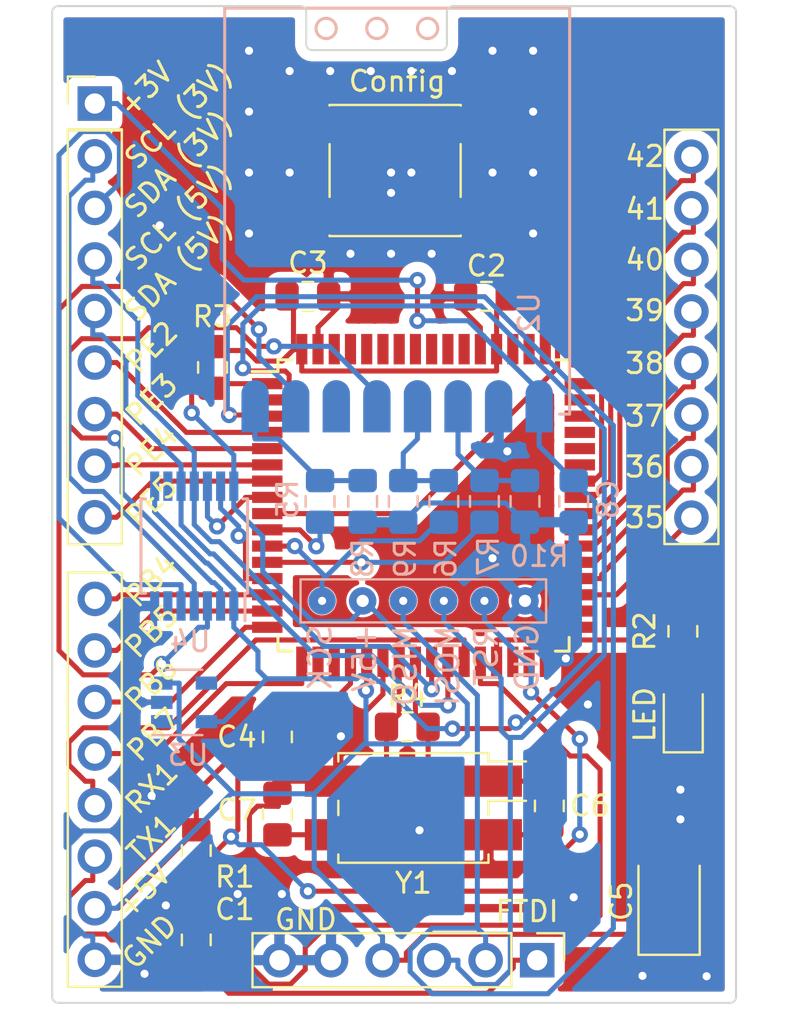
<source format=kicad_pcb>
(kicad_pcb (version 20171130) (host pcbnew "(5.1.5-0-10_14)")
  (layers (0 F.Cu signal) (31 B.Cu signal) (34 B.Paste user) (35 F.Paste user) (36 B.SilkS user) (37 F.SilkS user) (38 B.Mask user) (39 F.Mask user) (44 Edge.Cuts user))
  (net 0 "")
  (net 1 "Net-(C1-Pad2)")
  (net 2 /20)
  (net 3 GND)
  (net 4 +5V)
  (net 5 /24)
  (net 6 /23)
  (net 7 "Net-(D1-Pad2)")
  (net 8 /2)
  (net 9 /3)
  (net 10 /42)
  (net 11 /41)
  (net 12 /40)
  (net 13 /39)
  (net 14 /38)
  (net 15 /37)
  (net 16 /36)
  (net 17 /35)
  (net 18 "Net-(U2-Pad6)")
  (net 19 "Net-(U3-Pad4)")
  (net 20 +3V0)
  (net 21 /5V_SCK)
  (net 22 /5V_CS)
  (net 23 /3V_CS)
  (net 24 /3V_SCK)
  (net 25 /5V_MOSI)
  (net 26 /3V_MOSI)
  (net 27 /5V_SDA)
  (net 28 /5V_SCL)
  (net 29 /5V_MISO)
  (net 30 /5V_GDO0)
  (net 31 /3V_MISO)
  (net 32 /3V_GDO0)
  (net 33 "Net-(U4-Pad9)")
  (net 34 "Net-(U4-Pad6)")
  (net 35 /3V_SDA)
  (net 36 /3V_SCL)
  (net 37 /TXD1)
  (net 38 /RXD1)
  (net 39 /OC1C)
  (net 40 /OC1B)
  (net 41 /OC1A)
  (net 42 /OC2A)
  (net 43 /INT5)
  (net 44 /INT4)
  (net 45 /AIN1)
  (net 46 /AIN0)
  (net 47 "Net-(R2-Pad1)")
  (net 48 "Net-(R3-Pad1)")
  (net 49 "Net-(SW1-Pad2)")
  (net 50 "Net-(U1-Pad62)")
  (net 51 /ADC0)
  (net 52 /ADC1)
  (net 53 /ADC2)
  (net 54 /ADC3)
  (net 55 "Net-(U1-Pad57)")
  (net 56 "Net-(U1-Pad56)")
  (net 57 "Net-(U1-Pad55)")
  (net 58 "Net-(U1-Pad54)")
  (net 59 "Net-(U1-Pad51)")
  (net 60 "Net-(U1-Pad50)")
  (net 61 "Net-(U1-Pad49)")
  (net 62 "Net-(U1-Pad48)")
  (net 63 "Net-(U1-Pad47)")
  (net 64 "Net-(U1-Pad46)")
  (net 65 "Net-(U1-Pad45)")
  (net 66 "Net-(U1-Pad44)")
  (net 67 "Net-(U1-Pad43)")
  (net 68 "Net-(U1-Pad34)")
  (net 69 "Net-(U1-Pad33)")
  (net 70 "Net-(U1-Pad32)")
  (net 71 "Net-(U1-Pad31)")
  (net 72 "Net-(U1-Pad30)")
  (net 73 "Net-(U1-Pad19)")
  (net 74 "Net-(U1-Pad18)")
  (module Connector_PinHeader_2.54mm:PinHeader_1x01_P2.54mm_Vertical (layer F.Cu) (at 102.4 67.6)
    (fp_text reference J6 hide)
    (fp_text value "3V Conn")
    (pad 1 thru_hole rect (at 0 0) (size 1.7 1.7) (drill 1) (layers *.Cu *.Mask) (net 20 +3V0))
  )
  (module additional:PinHeader_1x08_P2.54mm_Vertical (layer F.Cu) (at 102.4 70.2)
    (fp_text reference J5 hide)
    (fp_text value Conn_01x08)
    (pad 8 thru_hole oval (at 0 17.78) (size 1.7 1.7) (drill 1) (layers *.Cu *.Mask) (net 43 /INT5))
    (pad 7 thru_hole oval (at 0 15.24) (size 1.7 1.7) (drill 1) (layers *.Cu *.Mask) (net 44 /INT4))
    (pad 6 thru_hole oval (at 0 12.7) (size 1.7 1.7) (drill 1) (layers *.Cu *.Mask) (net 45 /AIN1))
    (pad 5 thru_hole oval (at 0 10.16) (size 1.7 1.7) (drill 1) (layers *.Cu *.Mask) (net 46 /AIN0))
    (pad 4 thru_hole oval (at 0 7.62) (size 1.7 1.7) (drill 1) (layers *.Cu *.Mask) (net 27 /5V_SDA))
    (pad 3 thru_hole oval (at 0 5.08) (size 1.7 1.7) (drill 1) (layers *.Cu *.Mask) (net 28 /5V_SCL))
    (pad 2 thru_hole oval (at 0 2.54) (size 1.7 1.7) (drill 1) (layers *.Cu *.Mask) (net 35 /3V_SDA))
    (pad 1 thru_hole oval (at 0 0) (size 1.7 1.7) (drill 1) (layers *.Cu *.Mask) (net 36 /3V_SCL))
  )
  (module additional:PinHeader_1x08_P2.54mm_Vertical (layer F.Cu) (at 131.8 88 180)
    (fp_text reference J4 hide)
    (fp_text value Conn_01x08)
    (pad 8 thru_hole oval (at 0 17.78 180) (size 1.7 1.7) (drill 1) (layers *.Cu *.Mask) (net 10 /42))
    (pad 7 thru_hole oval (at 0 15.24 180) (size 1.7 1.7) (drill 1) (layers *.Cu *.Mask) (net 11 /41))
    (pad 6 thru_hole oval (at 0 12.7 180) (size 1.7 1.7) (drill 1) (layers *.Cu *.Mask) (net 12 /40))
    (pad 5 thru_hole oval (at 0 10.16 180) (size 1.7 1.7) (drill 1) (layers *.Cu *.Mask) (net 13 /39))
    (pad 4 thru_hole oval (at 0 7.62 180) (size 1.7 1.7) (drill 1) (layers *.Cu *.Mask) (net 14 /38))
    (pad 3 thru_hole oval (at 0 5.08 180) (size 1.7 1.7) (drill 1) (layers *.Cu *.Mask) (net 15 /37))
    (pad 2 thru_hole oval (at 0 2.54 180) (size 1.7 1.7) (drill 1) (layers *.Cu *.Mask) (net 16 /36))
    (pad 1 thru_hole oval (at 0 0 180) (size 1.7 1.7) (drill 1) (layers *.Cu *.Mask) (net 17 /35))
  )
  (module additional:PinHeader_1x08_P2.54mm_Vertical (layer F.Cu) (at 102.4 92)
    (fp_text reference J3 hide)
    (fp_text value Conn_01x08)
    (pad 8 thru_hole oval (at 0 17.78) (size 1.7 1.7) (drill 1) (layers *.Cu *.Mask) (net 3 GND))
    (pad 7 thru_hole oval (at 0 15.24) (size 1.7 1.7) (drill 1) (layers *.Cu *.Mask) (net 4 +5V))
    (pad 6 thru_hole oval (at 0 12.7) (size 1.7 1.7) (drill 1) (layers *.Cu *.Mask) (net 37 /TXD1))
    (pad 5 thru_hole oval (at 0 10.16) (size 1.7 1.7) (drill 1) (layers *.Cu *.Mask) (net 38 /RXD1))
    (pad 4 thru_hole oval (at 0 7.62) (size 1.7 1.7) (drill 1) (layers *.Cu *.Mask) (net 39 /OC1C))
    (pad 3 thru_hole oval (at 0 5.08) (size 1.7 1.7) (drill 1) (layers *.Cu *.Mask) (net 40 /OC1B))
    (pad 2 thru_hole oval (at 0 2.54) (size 1.7 1.7) (drill 1) (layers *.Cu *.Mask) (net 41 /OC1A))
    (pad 1 thru_hole oval (at 0 0) (size 1.7 1.7) (drill 1) (layers *.Cu *.Mask) (net 42 /OC2A))
  )
  (module Button_Switch_SMD:SW_SPST_PTS645 (layer F.Cu) (at 117.2 70.9)
    (fp_text reference SW1 hide)
    (fp_text value Config (at 0.1 -4.4) (layer F.SilkS))
    (pad 2 smd rect (at 3.98 2.25) (size 1.55 1.3) (layers F.Cu F.Paste F.Mask) (net 49 "Net-(SW1-Pad2)"))
    (pad 1 smd rect (at 3.98 -2.25) (size 1.55 1.3) (layers F.Cu F.Paste F.Mask) (net 3 GND))
    (pad 1 smd rect (at -3.98 -2.25) (size 1.55 1.3) (layers F.Cu F.Paste F.Mask) (net 3 GND))
    (pad 2 smd rect (at -3.98 2.25) (size 1.55 1.3) (layers F.Cu F.Paste F.Mask) (net 49 "Net-(SW1-Pad2)"))
  )
  (module Package_SO:TSSOP-14_4.4x5mm_P0.65mm (layer B.Cu) (at 107.3 89.4 90)
    (fp_text reference U4 (at -4.7 -0.2 180) (layer B.SilkS) (effects (justify mirror)))
    (fp_text value TXB0104D)
    (pad 14 smd rect (at 2.95 1.95 90) (size 1.45 0.45) (layers B.Cu B.Paste B.Mask) (net 4 +5V))
    (pad 13 smd rect (at 2.95 1.3 90) (size 1.45 0.45) (layers B.Cu B.Paste B.Mask) (net 29 /5V_MISO))
    (pad 12 smd rect (at 2.95 0.65 90) (size 1.45 0.45) (layers B.Cu B.Paste B.Mask) (net 30 /5V_GDO0))
    (pad 11 smd rect (at 2.95 0 90) (size 1.45 0.45) (layers B.Cu B.Paste B.Mask) (net 28 /5V_SCL))
    (pad 10 smd rect (at 2.95 -0.65 90) (size 1.45 0.45) (layers B.Cu B.Paste B.Mask) (net 27 /5V_SDA))
    (pad 9 smd rect (at 2.95 -1.3 90) (size 1.45 0.45) (layers B.Cu B.Paste B.Mask) (net 33 "Net-(U4-Pad9)"))
    (pad 8 smd rect (at 2.95 -1.95 90) (size 1.45 0.45) (layers B.Cu B.Paste B.Mask) (net 20 +3V0))
    (pad 7 smd rect (at -2.95 -1.95 90) (size 1.45 0.45) (layers B.Cu B.Paste B.Mask) (net 3 GND))
    (pad 6 smd rect (at -2.95 -1.3 90) (size 1.45 0.45) (layers B.Cu B.Paste B.Mask) (net 34 "Net-(U4-Pad6)"))
    (pad 5 smd rect (at -2.95 -0.65 90) (size 1.45 0.45) (layers B.Cu B.Paste B.Mask) (net 35 /3V_SDA))
    (pad 4 smd rect (at -2.95 0 90) (size 1.45 0.45) (layers B.Cu B.Paste B.Mask) (net 36 /3V_SCL))
    (pad 3 smd rect (at -2.95 0.65 90) (size 1.45 0.45) (layers B.Cu B.Paste B.Mask) (net 32 /3V_GDO0))
    (pad 2 smd rect (at -2.95 1.3 90) (size 1.45 0.45) (layers B.Cu B.Paste B.Mask) (net 31 /3V_MISO))
    (pad 1 smd rect (at -2.95 1.95 90) (size 1.45 0.45) (layers B.Cu B.Paste B.Mask) (net 20 +3V0))
  )
  (module Resistor_SMD:R_0805_2012Metric_Pad1.15x1.40mm_HandSolder (layer B.Cu) (at 123.6 87.2 90)
    (fp_text reference R10 (at -2.7 0.7 180) (layer B.SilkS) (effects (justify mirror)))
    (fp_text value 3k3)
    (pad 2 smd roundrect (at 1.025 0 90) (size 1.15 1.4) (layers B.Cu B.Paste B.Mask) (roundrect_rratio 0.217391) (net 26 /3V_MOSI))
    (pad 1 smd roundrect (at -1.025 0 90) (size 1.15 1.4) (layers B.Cu B.Paste B.Mask) (roundrect_rratio 0.217391) (net 3 GND))
  )
  (module Resistor_SMD:R_0805_2012Metric_Pad1.15x1.40mm_HandSolder (layer B.Cu) (at 117.6 87.2 90)
    (fp_text reference R9 (at -2.8 0.1 90) (layer B.SilkS) (effects (justify mirror)))
    (fp_text value 3k3)
    (pad 2 smd roundrect (at 1.025 0 90) (size 1.15 1.4) (layers B.Cu B.Paste B.Mask) (roundrect_rratio 0.217391) (net 24 /3V_SCK))
    (pad 1 smd roundrect (at -1.025 0 90) (size 1.15 1.4) (layers B.Cu B.Paste B.Mask) (roundrect_rratio 0.217391) (net 3 GND))
  )
  (module Resistor_SMD:R_0805_2012Metric_Pad1.15x1.40mm_HandSolder (layer B.Cu) (at 115.6 87.2 90)
    (fp_text reference R8 (at -2.8 0 90) (layer B.SilkS) (effects (justify mirror)))
    (fp_text value 3k3)
    (pad 2 smd roundrect (at 1.025 0 90) (size 1.15 1.4) (layers B.Cu B.Paste B.Mask) (roundrect_rratio 0.217391) (net 23 /3V_CS))
    (pad 1 smd roundrect (at -1.025 0 90) (size 1.15 1.4) (layers B.Cu B.Paste B.Mask) (roundrect_rratio 0.217391) (net 3 GND))
  )
  (module Resistor_SMD:R_0805_2012Metric_Pad1.15x1.40mm_HandSolder (layer B.Cu) (at 121.6 87.2 270)
    (fp_text reference R7 (at 2.7 -0.2 90) (layer B.SilkS) (effects (justify mirror)))
    (fp_text value 2k2)
    (pad 2 smd roundrect (at 1.025 0 270) (size 1.15 1.4) (layers B.Cu B.Paste B.Mask) (roundrect_rratio 0.217391) (net 25 /5V_MOSI))
    (pad 1 smd roundrect (at -1.025 0 270) (size 1.15 1.4) (layers B.Cu B.Paste B.Mask) (roundrect_rratio 0.217391) (net 26 /3V_MOSI))
  )
  (module Resistor_SMD:R_0805_2012Metric_Pad1.15x1.40mm_HandSolder (layer B.Cu) (at 119.6 87.2 270)
    (fp_text reference R6 (at 2.8 -0.1 90) (layer B.SilkS) (effects (justify mirror)))
    (fp_text value 2k2)
    (pad 2 smd roundrect (at 1.025 0 270) (size 1.15 1.4) (layers B.Cu B.Paste B.Mask) (roundrect_rratio 0.217391) (net 21 /5V_SCK))
    (pad 1 smd roundrect (at -1.025 0 270) (size 1.15 1.4) (layers B.Cu B.Paste B.Mask) (roundrect_rratio 0.217391) (net 24 /3V_SCK))
  )
  (module Resistor_SMD:R_0805_2012Metric_Pad1.15x1.40mm_HandSolder (layer B.Cu) (at 113.5 87.2 270)
    (fp_text reference R5 (at -0.1 1.6 90) (layer B.SilkS) (effects (justify mirror)))
    (fp_text value 2k2)
    (pad 2 smd roundrect (at 1.025 0 270) (size 1.15 1.4) (layers B.Cu B.Paste B.Mask) (roundrect_rratio 0.217391) (net 22 /5V_CS))
    (pad 1 smd roundrect (at -1.025 0 270) (size 1.15 1.4) (layers B.Cu B.Paste B.Mask) (roundrect_rratio 0.217391) (net 23 /3V_CS))
  )
  (module Capacitor_SMD:C_0805_2012Metric_Pad1.15x1.40mm_HandSolder (layer B.Cu) (at 126 87.2 270)
    (fp_text reference C8 (at -0.1 -1.7 90) (layer B.SilkS) (effects (justify mirror)))
    (fp_text value 100n)
    (pad 2 smd roundrect (at 1.025 0 270) (size 1.15 1.4) (layers B.Cu B.Paste B.Mask) (roundrect_rratio 0.217391) (net 3 GND))
    (pad 1 smd roundrect (at -1.025 0 270) (size 1.15 1.4) (layers B.Cu B.Paste B.Mask) (roundrect_rratio 0.217391) (net 20 +3V0))
  )
  (module Package_TO_SOT_SMD:SOT-23-5 (layer B.Cu) (at 106.8 97.1)
    (fp_text reference U3 (at 0.2 2.6) (layer B.SilkS) (effects (justify mirror)))
    (fp_text value ZXCL330E5TA)
    (pad 5 smd rect (at 1.1 0.95) (size 1.06 0.65) (layers B.Cu B.Paste B.Mask) (net 20 +3V0))
    (pad 4 smd rect (at 1.1 -0.95) (size 1.06 0.65) (layers B.Cu B.Paste B.Mask) (net 19 "Net-(U3-Pad4)"))
    (pad 3 smd rect (at -1.1 -0.95) (size 1.06 0.65) (layers B.Cu B.Paste B.Mask) (net 4 +5V))
    (pad 2 smd rect (at -1.1 0) (size 1.06 0.65) (layers B.Cu B.Paste B.Mask) (net 3 GND))
    (pad 1 smd rect (at -1.1 0.95) (size 1.06 0.65) (layers B.Cu B.Paste B.Mask) (net 4 +5V))
  )
  (module additional:CC1101_Pads (layer B.Cu) (at 125.8 84.4 90)
    (fp_text reference U2 (at 6.5 -2 90) (layer B.SilkS) (effects (justify mirror)))
    (fp_text value CC1101)
    (pad 8 smd circle (at 2.5 -15.5 90) (size 1.35 1.35) (layers B.Cu B.Paste B.Mask) (net 23 /3V_CS))
    (pad 8 connect rect (at 1.5 -15.5 90) (size 1.8 1.35) (layers B.Cu B.Mask) (net 23 /3V_CS))
    (pad 1 smd circle (at 2.5 -1.5 90) (size 1.35 1.35) (layers B.Cu B.Paste B.Mask) (net 20 +3V0))
    (pad 2 smd circle (at 2.5 -3.5 90) (size 1.35 1.35) (layers B.Cu B.Paste B.Mask) (net 3 GND))
    (pad 3 smd circle (at 2.5 -5.5 90) (size 1.35 1.35) (layers B.Cu B.Paste B.Mask) (net 26 /3V_MOSI))
    (pad 4 smd circle (at 2.5 -7.5 90) (size 1.35 1.35) (layers B.Cu B.Paste B.Mask) (net 24 /3V_SCK))
    (pad 5 smd circle (at 2.5 -9.5 90) (size 1.35 1.35) (layers B.Cu B.Paste B.Mask) (net 31 /3V_MISO))
    (pad 6 smd circle (at 2.5 -11.5 90) (size 1.35 1.35) (layers B.Cu B.Paste B.Mask) (net 18 "Net-(U2-Pad6)"))
    (pad 7 smd circle (at 2.5 -13.5 90) (size 1.35 1.35) (layers B.Cu B.Paste B.Mask) (net 32 /3V_GDO0))
    (pad 1 connect rect (at 1.5 -1.5 90) (size 1.8 1.35) (layers B.Cu B.Mask) (net 20 +3V0))
    (pad 2 connect rect (at 1.5 -3.5 90) (size 1.8 1.35) (layers B.Cu B.Mask) (net 3 GND))
    (pad 3 connect rect (at 1.5 -5.5 90) (size 1.8 1.35) (layers B.Cu B.Mask) (net 26 /3V_MOSI))
    (pad 4 connect rect (at 1.5 -7.5 90) (size 1.8 1.35) (layers B.Cu B.Mask) (net 24 /3V_SCK))
    (pad 5 connect rect (at 1.5 -9.5 90) (size 1.8 1.35) (layers B.Cu B.Mask) (net 31 /3V_MISO))
    (pad 6 connect rect (at 1.5 -11.5 90) (size 1.8 1.35) (layers B.Cu B.Mask) (net 18 "Net-(U2-Pad6)"))
    (pad 7 connect rect (at 1.5 -13.5 90) (size 1.8 1.35) (layers B.Cu B.Mask) (net 32 /3V_GDO0))
  )
  (module additional:PinPads_ISP (layer B.Cu) (at 123.6 92.1 90)
    (fp_text reference J2 hide)
    (fp_text value ISP)
    (pad 6 thru_hole oval (at 0 -10 90) (size 1.35 1.35) (drill 0.4) (layers B.Cu B.Mask) (net 21 /5V_SCK))
    (pad 5 thru_hole circle (at 0 -8 90) (size 1.35 1.35) (drill 0.6) (layers B.Cu B.Mask) (net 4 +5V))
    (pad 4 thru_hole oval (at 0 -6 90) (size 1.35 1.35) (drill 0.4) (layers B.Cu B.Mask) (net 9 /3))
    (pad 3 thru_hole oval (at 0 -4 90) (size 1.35 1.35) (drill 0.4) (layers B.Cu B.Mask) (net 8 /2))
    (pad 2 thru_hole oval (at 0 -2 90) (size 1.35 1.35) (drill 0.4) (layers B.Cu B.Mask) (net 2 /20))
    (pad 1 thru_hole circle (at 0 0 90) (size 1.35 1.35) (drill 0.6) (layers B.Cu B.Mask) (net 3 GND))
  )
  (module Capacitor_Tantalum_SMD:CP_EIA-3528-12_Kemet-T_Pad1.50x2.35mm_HandSolder (layer F.Cu) (at 130.7 106.9 90)
    (fp_text reference C5 (at 0 -2.35 90) (layer F.SilkS))
    (fp_text value 10µ)
    (pad 2 smd roundrect (at 1.625 0 90) (size 1.5 2.35) (layers F.Cu F.Paste F.Mask) (roundrect_rratio 0.166667) (net 3 GND))
    (pad 1 smd roundrect (at -1.625 0 90) (size 1.5 2.35) (layers F.Cu F.Paste F.Mask) (roundrect_rratio 0.166667) (net 4 +5V))
  )
  (module Resistor_SMD:R_0805_2012Metric_Pad1.15x1.40mm_HandSolder (layer F.Cu) (at 117.8 98.3 180)
    (fp_text reference R4 (at 0 1.5) (layer F.SilkS))
    (fp_text value 1M)
    (pad 2 smd roundrect (at 1.025 0 180) (size 1.15 1.4) (layers F.Cu F.Paste F.Mask) (roundrect_rratio 0.217391) (net 6 /23))
    (pad 1 smd roundrect (at -1.025 0 180) (size 1.15 1.4) (layers F.Cu F.Paste F.Mask) (roundrect_rratio 0.217391) (net 5 /24))
  )
  (module Crystal:Crystal_SMD_EuroQuartz_MQ-4Pin_7.0x5.0mm_HandSoldering (layer F.Cu) (at 118.1 102.3 180)
    (fp_text reference Y1 (at 0 -3.7) (layer F.SilkS))
    (fp_text value 16M)
    (pad 4 smd rect (at -3.7 -1.32 180) (size 3.3 1.54) (layers F.Cu F.Paste F.Mask) (net 3 GND))
    (pad 3 smd rect (at 3.7 -1.32 180) (size 3.3 1.54) (layers F.Cu F.Paste F.Mask) (net 6 /23))
    (pad 2 smd rect (at 3.7 1.32 180) (size 3.3 1.54) (layers F.Cu F.Paste F.Mask) (net 3 GND))
    (pad 1 smd rect (at -3.7 1.32 180) (size 3.3 1.54) (layers F.Cu F.Paste F.Mask) (net 5 /24))
  )
  (module Capacitor_SMD:C_0805_2012Metric_Pad1.15x1.40mm_HandSolder (layer F.Cu) (at 111.4 98.8 270)
    (fp_text reference C4 (at 0 2 180) (layer F.SilkS))
    (fp_text value 100n)
    (pad 2 smd roundrect (at 1.025 0 270) (size 1.15 1.4) (layers F.Cu F.Paste F.Mask) (roundrect_rratio 0.217391) (net 3 GND))
    (pad 1 smd roundrect (at -1.025 0 270) (size 1.15 1.4) (layers F.Cu F.Paste F.Mask) (roundrect_rratio 0.217391) (net 4 +5V))
  )
  (module Package_QFP:TQFP-64_14x14mm_P0.8mm (layer F.Cu) (at 118.6 87.4)
    (fp_text reference U1 hide)
    (fp_text value ATmega128-16AU)
    (pad 64 smd rect (at -6 -7.7 90) (size 1.5 0.55) (layers F.Cu F.Paste F.Mask) (net 4 +5V))
    (pad 63 smd rect (at -5.2 -7.7 90) (size 1.5 0.55) (layers F.Cu F.Paste F.Mask) (net 3 GND))
    (pad 62 smd rect (at -4.4 -7.7 90) (size 1.5 0.55) (layers F.Cu F.Paste F.Mask) (net 50 "Net-(U1-Pad62)"))
    (pad 61 smd rect (at -3.6 -7.7 90) (size 1.5 0.55) (layers F.Cu F.Paste F.Mask) (net 51 /ADC0))
    (pad 60 smd rect (at -2.8 -7.7 90) (size 1.5 0.55) (layers F.Cu F.Paste F.Mask) (net 52 /ADC1))
    (pad 59 smd rect (at -2 -7.7 90) (size 1.5 0.55) (layers F.Cu F.Paste F.Mask) (net 53 /ADC2))
    (pad 58 smd rect (at -1.2 -7.7 90) (size 1.5 0.55) (layers F.Cu F.Paste F.Mask) (net 54 /ADC3))
    (pad 57 smd rect (at -0.4 -7.7 90) (size 1.5 0.55) (layers F.Cu F.Paste F.Mask) (net 55 "Net-(U1-Pad57)"))
    (pad 56 smd rect (at 0.4 -7.7 90) (size 1.5 0.55) (layers F.Cu F.Paste F.Mask) (net 56 "Net-(U1-Pad56)"))
    (pad 55 smd rect (at 1.2 -7.7 90) (size 1.5 0.55) (layers F.Cu F.Paste F.Mask) (net 57 "Net-(U1-Pad55)"))
    (pad 54 smd rect (at 2 -7.7 90) (size 1.5 0.55) (layers F.Cu F.Paste F.Mask) (net 58 "Net-(U1-Pad54)"))
    (pad 53 smd rect (at 2.8 -7.7 90) (size 1.5 0.55) (layers F.Cu F.Paste F.Mask) (net 3 GND))
    (pad 52 smd rect (at 3.6 -7.7 90) (size 1.5 0.55) (layers F.Cu F.Paste F.Mask) (net 4 +5V))
    (pad 51 smd rect (at 4.4 -7.7 90) (size 1.5 0.55) (layers F.Cu F.Paste F.Mask) (net 59 "Net-(U1-Pad51)"))
    (pad 50 smd rect (at 5.2 -7.7 90) (size 1.5 0.55) (layers F.Cu F.Paste F.Mask) (net 60 "Net-(U1-Pad50)"))
    (pad 49 smd rect (at 6 -7.7 90) (size 1.5 0.55) (layers F.Cu F.Paste F.Mask) (net 61 "Net-(U1-Pad49)"))
    (pad 48 smd rect (at 7.7 -6) (size 1.5 0.55) (layers F.Cu F.Paste F.Mask) (net 62 "Net-(U1-Pad48)"))
    (pad 47 smd rect (at 7.7 -5.2) (size 1.5 0.55) (layers F.Cu F.Paste F.Mask) (net 63 "Net-(U1-Pad47)"))
    (pad 46 smd rect (at 7.7 -4.4) (size 1.5 0.55) (layers F.Cu F.Paste F.Mask) (net 64 "Net-(U1-Pad46)"))
    (pad 45 smd rect (at 7.7 -3.6) (size 1.5 0.55) (layers F.Cu F.Paste F.Mask) (net 65 "Net-(U1-Pad45)"))
    (pad 44 smd rect (at 7.7 -2.8) (size 1.5 0.55) (layers F.Cu F.Paste F.Mask) (net 66 "Net-(U1-Pad44)"))
    (pad 43 smd rect (at 7.7 -2) (size 1.5 0.55) (layers F.Cu F.Paste F.Mask) (net 67 "Net-(U1-Pad43)"))
    (pad 42 smd rect (at 7.7 -1.2) (size 1.5 0.55) (layers F.Cu F.Paste F.Mask) (net 10 /42))
    (pad 41 smd rect (at 7.7 -0.4) (size 1.5 0.55) (layers F.Cu F.Paste F.Mask) (net 11 /41))
    (pad 40 smd rect (at 7.7 0.4) (size 1.5 0.55) (layers F.Cu F.Paste F.Mask) (net 12 /40))
    (pad 39 smd rect (at 7.7 1.2) (size 1.5 0.55) (layers F.Cu F.Paste F.Mask) (net 13 /39))
    (pad 38 smd rect (at 7.7 2) (size 1.5 0.55) (layers F.Cu F.Paste F.Mask) (net 14 /38))
    (pad 37 smd rect (at 7.7 2.8) (size 1.5 0.55) (layers F.Cu F.Paste F.Mask) (net 15 /37))
    (pad 36 smd rect (at 7.7 3.6) (size 1.5 0.55) (layers F.Cu F.Paste F.Mask) (net 16 /36))
    (pad 35 smd rect (at 7.7 4.4) (size 1.5 0.55) (layers F.Cu F.Paste F.Mask) (net 17 /35))
    (pad 34 smd rect (at 7.7 5.2) (size 1.5 0.55) (layers F.Cu F.Paste F.Mask) (net 68 "Net-(U1-Pad34)"))
    (pad 33 smd rect (at 7.7 6) (size 1.5 0.55) (layers F.Cu F.Paste F.Mask) (net 69 "Net-(U1-Pad33)"))
    (pad 32 smd rect (at 6 7.7 90) (size 1.5 0.55) (layers F.Cu F.Paste F.Mask) (net 70 "Net-(U1-Pad32)"))
    (pad 31 smd rect (at 5.2 7.7 90) (size 1.5 0.55) (layers F.Cu F.Paste F.Mask) (net 71 "Net-(U1-Pad31)"))
    (pad 30 smd rect (at 4.4 7.7 90) (size 1.5 0.55) (layers F.Cu F.Paste F.Mask) (net 72 "Net-(U1-Pad30)"))
    (pad 29 smd rect (at 3.6 7.7 90) (size 1.5 0.55) (layers F.Cu F.Paste F.Mask) (net 47 "Net-(R2-Pad1)"))
    (pad 28 smd rect (at 2.8 7.7 90) (size 1.5 0.55) (layers F.Cu F.Paste F.Mask) (net 37 /TXD1))
    (pad 27 smd rect (at 2 7.7 90) (size 1.5 0.55) (layers F.Cu F.Paste F.Mask) (net 38 /RXD1))
    (pad 26 smd rect (at 1.2 7.7 90) (size 1.5 0.55) (layers F.Cu F.Paste F.Mask) (net 27 /5V_SDA))
    (pad 25 smd rect (at 0.4 7.7 90) (size 1.5 0.55) (layers F.Cu F.Paste F.Mask) (net 28 /5V_SCL))
    (pad 24 smd rect (at -0.4 7.7 90) (size 1.5 0.55) (layers F.Cu F.Paste F.Mask) (net 5 /24))
    (pad 23 smd rect (at -1.2 7.7 90) (size 1.5 0.55) (layers F.Cu F.Paste F.Mask) (net 6 /23))
    (pad 22 smd rect (at -2 7.7 90) (size 1.5 0.55) (layers F.Cu F.Paste F.Mask) (net 3 GND))
    (pad 21 smd rect (at -2.8 7.7 90) (size 1.5 0.55) (layers F.Cu F.Paste F.Mask) (net 4 +5V))
    (pad 20 smd rect (at -3.6 7.7 90) (size 1.5 0.55) (layers F.Cu F.Paste F.Mask) (net 2 /20))
    (pad 19 smd rect (at -4.4 7.7 90) (size 1.5 0.55) (layers F.Cu F.Paste F.Mask) (net 73 "Net-(U1-Pad19)"))
    (pad 18 smd rect (at -5.2 7.7 90) (size 1.5 0.55) (layers F.Cu F.Paste F.Mask) (net 74 "Net-(U1-Pad18)"))
    (pad 17 smd rect (at -6 7.7 90) (size 1.5 0.55) (layers F.Cu F.Paste F.Mask) (net 39 /OC1C))
    (pad 16 smd rect (at -7.7 6) (size 1.5 0.55) (layers F.Cu F.Paste F.Mask) (net 40 /OC1B))
    (pad 15 smd rect (at -7.7 5.2) (size 1.5 0.55) (layers F.Cu F.Paste F.Mask) (net 41 /OC1A))
    (pad 14 smd rect (at -7.7 4.4) (size 1.5 0.55) (layers F.Cu F.Paste F.Mask) (net 42 /OC2A))
    (pad 13 smd rect (at -7.7 3.6) (size 1.5 0.55) (layers F.Cu F.Paste F.Mask) (net 29 /5V_MISO))
    (pad 12 smd rect (at -7.7 2.8) (size 1.5 0.55) (layers F.Cu F.Paste F.Mask) (net 25 /5V_MOSI))
    (pad 11 smd rect (at -7.7 2) (size 1.5 0.55) (layers F.Cu F.Paste F.Mask) (net 21 /5V_SCK))
    (pad 10 smd rect (at -7.7 1.2) (size 1.5 0.55) (layers F.Cu F.Paste F.Mask) (net 22 /5V_CS))
    (pad 9 smd rect (at -7.7 0.4) (size 1.5 0.55) (layers F.Cu F.Paste F.Mask) (net 49 "Net-(SW1-Pad2)"))
    (pad 8 smd rect (at -7.7 -0.4) (size 1.5 0.55) (layers F.Cu F.Paste F.Mask) (net 30 /5V_GDO0))
    (pad 7 smd rect (at -7.7 -1.2) (size 1.5 0.55) (layers F.Cu F.Paste F.Mask) (net 43 /INT5))
    (pad 6 smd rect (at -7.7 -2) (size 1.5 0.55) (layers F.Cu F.Paste F.Mask) (net 44 /INT4))
    (pad 5 smd rect (at -7.7 -2.8) (size 1.5 0.55) (layers F.Cu F.Paste F.Mask) (net 45 /AIN1))
    (pad 4 smd rect (at -7.7 -3.6) (size 1.5 0.55) (layers F.Cu F.Paste F.Mask) (net 46 /AIN0))
    (pad 3 smd rect (at -7.7 -4.4) (size 1.5 0.55) (layers F.Cu F.Paste F.Mask) (net 9 /3))
    (pad 2 smd rect (at -7.7 -5.2) (size 1.5 0.55) (layers F.Cu F.Paste F.Mask) (net 8 /2))
    (pad 1 smd rect (at -7.7 -6) (size 1.5 0.55) (layers F.Cu F.Paste F.Mask) (net 48 "Net-(R3-Pad1)"))
  )
  (module Resistor_SMD:R_0805_2012Metric_Pad1.15x1.40mm_HandSolder (layer F.Cu) (at 108.2 80.6 90)
    (fp_text reference R3 (at 2.5 0 180) (layer F.SilkS))
    (fp_text value 1k)
    (pad 2 smd roundrect (at 1.025 0 90) (size 1.15 1.4) (layers F.Cu F.Paste F.Mask) (roundrect_rratio 0.217391) (net 4 +5V))
    (pad 1 smd roundrect (at -1.025 0 90) (size 1.15 1.4) (layers F.Cu F.Paste F.Mask) (roundrect_rratio 0.217391) (net 48 "Net-(R3-Pad1)"))
  )
  (module Resistor_SMD:R_0805_2012Metric_Pad1.15x1.40mm_HandSolder (layer F.Cu) (at 131.38 93.6 270)
    (fp_text reference R2 (at 0 1.88 90) (layer F.SilkS))
    (fp_text value 1k)
    (pad 2 smd roundrect (at 1.025 0 270) (size 1.15 1.4) (layers F.Cu F.Paste F.Mask) (roundrect_rratio 0.217391) (net 7 "Net-(D1-Pad2)"))
    (pad 1 smd roundrect (at -1.025 0 270) (size 1.15 1.4) (layers F.Cu F.Paste F.Mask) (roundrect_rratio 0.217391) (net 47 "Net-(R2-Pad1)"))
  )
  (module Resistor_SMD:R_0805_2012Metric_Pad1.15x1.40mm_HandSolder (layer F.Cu) (at 107.4 104.4 270)
    (fp_text reference R1 (at 1.3 -1.9 180) (layer F.SilkS))
    (fp_text value 10k)
    (pad 2 smd roundrect (at 1.025 0 270) (size 1.15 1.4) (layers F.Cu F.Paste F.Mask) (roundrect_rratio 0.217391) (net 2 /20))
    (pad 1 smd roundrect (at -1.025 0 270) (size 1.15 1.4) (layers F.Cu F.Paste F.Mask) (roundrect_rratio 0.217391) (net 4 +5V))
  )
  (module Connector_PinHeader_2.54mm:PinHeader_1x06_P2.54mm_Vertical (layer F.Cu) (at 124.2 109.8 270)
    (fp_text reference J1 hide)
    (fp_text value FTDI (at -2.4 0.5) (layer F.SilkS))
    (pad 6 thru_hole oval (at 0 12.7 270) (size 1.7 1.7) (drill 1) (layers *.Cu *.Mask) (net 3 GND))
    (pad 5 thru_hole oval (at 0 10.16 270) (size 1.7 1.7) (drill 1) (layers *.Cu *.Mask) (net 3 GND))
    (pad 4 thru_hole oval (at 0 7.62 270) (size 1.7 1.7) (drill 1) (layers *.Cu *.Mask) (net 4 +5V))
    (pad 3 thru_hole oval (at 0 5.08 270) (size 1.7 1.7) (drill 1) (layers *.Cu *.Mask) (net 8 /2))
    (pad 2 thru_hole oval (at 0 2.54 270) (size 1.7 1.7) (drill 1) (layers *.Cu *.Mask) (net 9 /3))
    (pad 1 thru_hole rect (at 0 0 270) (size 1.7 1.7) (drill 1) (layers *.Cu *.Mask) (net 1 "Net-(C1-Pad2)"))
  )
  (module LED_SMD:LED_0805_2012Metric_Pad1.15x1.40mm_HandSolder (layer F.Cu) (at 131.4 97.7 90)
    (fp_text reference D1 hide)
    (fp_text value LED (at 0 -1.9 90) (layer F.SilkS))
    (pad 2 smd roundrect (at 1.025 0 90) (size 1.15 1.4) (layers F.Cu F.Paste F.Mask) (roundrect_rratio 0.217391) (net 7 "Net-(D1-Pad2)"))
    (pad 1 smd roundrect (at -1.025 0 90) (size 1.15 1.4) (layers F.Cu F.Paste F.Mask) (roundrect_rratio 0.217391) (net 3 GND))
  )
  (module Capacitor_SMD:C_0805_2012Metric_Pad1.15x1.40mm_HandSolder (layer F.Cu) (at 111.4 102.6 270)
    (fp_text reference C7 (at -0.2 2 180) (layer F.SilkS))
    (fp_text value 22p)
    (pad 2 smd roundrect (at 1.025 0 270) (size 1.15 1.4) (layers F.Cu F.Paste F.Mask) (roundrect_rratio 0.217391) (net 6 /23))
    (pad 1 smd roundrect (at -1.025 0 270) (size 1.15 1.4) (layers F.Cu F.Paste F.Mask) (roundrect_rratio 0.217391) (net 3 GND))
  )
  (module Capacitor_SMD:C_0805_2012Metric_Pad1.15x1.40mm_HandSolder (layer F.Cu) (at 124.8 102.2 90)
    (fp_text reference C6 (at 0 2 180) (layer F.SilkS))
    (fp_text value 22p)
    (pad 2 smd roundrect (at 1.025 0 90) (size 1.15 1.4) (layers F.Cu F.Paste F.Mask) (roundrect_rratio 0.217391) (net 5 /24))
    (pad 1 smd roundrect (at -1.025 0 90) (size 1.15 1.4) (layers F.Cu F.Paste F.Mask) (roundrect_rratio 0.217391) (net 3 GND))
  )
  (module Capacitor_SMD:C_0805_2012Metric_Pad1.15x1.40mm_HandSolder (layer F.Cu) (at 121.7 77.1 180)
    (fp_text reference C2 (at 0 1.5) (layer F.SilkS))
    (fp_text value 100n)
    (pad 2 smd roundrect (at 1.025 0 180) (size 1.15 1.4) (layers F.Cu F.Paste F.Mask) (roundrect_rratio 0.217391) (net 3 GND))
    (pad 1 smd roundrect (at -1.025 0 180) (size 1.15 1.4) (layers F.Cu F.Paste F.Mask) (roundrect_rratio 0.217391) (net 4 +5V))
  )
  (module Capacitor_SMD:C_0805_2012Metric_Pad1.15x1.40mm_HandSolder (layer F.Cu) (at 112.9 77.1)
    (fp_text reference C3 (at 0 -1.65) (layer F.SilkS))
    (fp_text value 100n)
    (pad 2 smd roundrect (at 1.025 0) (size 1.15 1.4) (layers F.Cu F.Paste F.Mask) (roundrect_rratio 0.217391) (net 3 GND))
    (pad 1 smd roundrect (at -1.025 0) (size 1.15 1.4) (layers F.Cu F.Paste F.Mask) (roundrect_rratio 0.217391) (net 4 +5V))
  )
  (module Capacitor_SMD:C_0805_2012Metric_Pad1.15x1.40mm_HandSolder (layer F.Cu) (at 107.4 108.8 270)
    (fp_text reference C1 (at -1.5 -1.9 180) (layer F.SilkS))
    (fp_text value 100n)
    (pad 2 smd roundrect (at 1.025 0 270) (size 1.15 1.4) (layers F.Cu F.Paste F.Mask) (roundrect_rratio 0.217391) (net 1 "Net-(C1-Pad2)"))
    (pad 1 smd roundrect (at -1.025 0 270) (size 1.15 1.4) (layers F.Cu F.Paste F.Mask) (roundrect_rratio 0.217391) (net 2 /20))
  )
  (gr_text +3V (at 104.9 66.9 45) (layer F.SilkS) (effects (font (size 1 1))))
  (gr_text MISO (at 117.7 95.3 90) (layer B.SilkS) (effects (font (size 1.1 1.1)) (justify mirror)))
  (gr_text MOSI (at 119.8 95.3 90) (layer B.SilkS) (effects (font (size 1.1 1.1)) (justify mirror)))
  (gr_text RST (at 121.7 94.8 90) (layer B.SilkS) (effects (font (size 1.1 1.1)) (justify mirror)))
  (gr_text SCK (at 113.5 94.9 90) (layer B.SilkS) (effects (font (size 1.1 1.1)) (justify mirror)))
  (gr_text +5V (at 115.7 94.9 90) (layer B.SilkS) (effects (font (size 1.1 1.1)) (justify mirror)))
  (gr_text PE5 (at 105.2 87.2 45) (layer F.SilkS) (effects (font (size 1 1))))
  (gr_text PE4 (at 105.2 84.7 45) (layer F.SilkS) (effects (font (size 1 1))))
  (gr_text PE3 (at 105.2 82.2 45) (layer F.SilkS) (effects (font (size 1 1))))
  (gr_text PE2 (at 105.2 79.6 45) (layer F.SilkS) (effects (font (size 1 1))))
  (gr_text "SDA (5V)" (at 106.5 75.7 45) (layer F.SilkS) (effects (font (size 1 1))))
  (gr_text "SCL (5V)" (at 106.5 73.2 45) (layer F.SilkS) (effects (font (size 1 1))))
  (gr_text "SDA (3V)" (at 106.5 70.6 45) (layer F.SilkS) (effects (font (size 1 1))))
  (gr_text "SCL (3V)" (at 106.5 68.2 45) (layer F.SilkS) (effects (font (size 1 1))))
  (gr_text PB4 (at 105.2 91.1 45) (layer F.SilkS) (effects (font (size 1 1))))
  (gr_text PB5 (at 105.2 93.6 45) (layer F.SilkS) (effects (font (size 1 1))))
  (gr_text PB6 (at 105.2 96.2 45) (layer F.SilkS) (effects (font (size 1 1))))
  (gr_text PB7 (at 105.3 98.7 45) (layer F.SilkS) (effects (font (size 1 1))))
  (gr_text RX1 (at 105.2 101.3 45) (layer F.SilkS) (effects (font (size 1 1))))
  (gr_text TX1 (at 105.2 103.8 45) (layer F.SilkS) (effects (font (size 1 1))))
  (gr_text +5V (at 104.8 106.4 45) (layer F.SilkS) (effects (font (size 1 1))))
  (gr_text GND (at 105.1 108.9 45) (layer F.SilkS) (effects (font (size 1 1))))
  (gr_text GND (at 112.8 107.8) (layer F.SilkS) (effects (font (size 1 1))))
  (gr_text 42 (at 129.5 70.2) (layer F.SilkS) (effects (font (size 1 1))))
  (gr_text 41 (at 129.5 72.8) (layer F.SilkS) (effects (font (size 1 1))))
  (gr_text 40 (at 129.5 75.3) (layer F.SilkS) (effects (font (size 1 1))))
  (gr_text 39 (at 129.5 77.8) (layer F.SilkS) (effects (font (size 1 1))))
  (gr_text 38 (at 129.5 80.4) (layer F.SilkS) (effects (font (size 1 1))))
  (gr_text 37 (at 129.5 83) (layer F.SilkS) (effects (font (size 1 1))))
  (gr_text 36 (at 129.5 85.5) (layer F.SilkS) (effects (font (size 1 1))))
  (gr_text 35 (at 129.5 88) (layer F.SilkS) (effects (font (size 1 1))))
  (gr_text GND (at 123.7 94.9 90) (layer B.SilkS) (effects (font (size 1.1 1.1)) (justify mirror)))
  (gr_line (start 133.7 62.8) (end 120.05 62.8) (layer Edge.Cuts) (width 0.1))
  (gr_line (start 119.45 64.97) (end 113.12 64.97) (layer Edge.Cuts) (width 0.1))
  (gr_line (start 119.75 63.1) (end 119.75 64.67) (layer Edge.Cuts) (width 0.1))
  (gr_arc (start 119.45 64.67) (end 119.45 64.97) (angle -90) (layer Edge.Cuts) (width 0.1))
  (gr_line (start 112.82 63.1) (end 112.82 64.67) (layer Edge.Cuts) (width 0.1))
  (gr_arc (start 113.12 64.67) (end 112.82 64.67) (angle -90) (layer Edge.Cuts) (width 0.1))
  (gr_arc (start 112.52 63.1) (end 112.82 63.1) (angle -90) (layer Edge.Cuts) (width 0.1))
  (gr_arc (start 120.05 63.1) (end 120.05 62.8) (angle -90) (layer Edge.Cuts) (width 0.1))
  (gr_arc (start 100.6 111.6) (end 100.3 111.6) (angle -90) (layer Edge.Cuts) (width 0.1))
  (gr_arc (start 133.7 111.6) (end 133.7 111.9) (angle -90) (layer Edge.Cuts) (width 0.1))
  (gr_arc (start 133.7 63.1) (end 134 63.1) (angle -90) (layer Edge.Cuts) (width 0.1))
  (gr_arc (start 100.6 63.1) (end 100.6 62.8) (angle -90) (layer Edge.Cuts) (width 0.1))
  (gr_line (start 134 63.1) (end 134 111.6) (layer Edge.Cuts) (width 0.1))
  (gr_line (start 100.6 62.8) (end 112.52 62.8) (layer Edge.Cuts) (width 0.1))
  (gr_line (start 100.3 111.6) (end 100.3 63.1) (layer Edge.Cuts) (width 0.1))
  (gr_line (start 133.7 111.9) (end 100.6 111.9) (layer Edge.Cuts) (width 0.1))
  (via (at 118.3 76.3) (size 0.8) (drill 0.4) (layers F.Cu B.Cu) (net 20))
  (segment (start 107.4 109.825) (end 109.0034 111.4284) (width 0.25) (layer F.Cu) (net 1))
  (segment (start 109.0034 111.4284) (end 121.7636 111.4284) (width 0.25) (layer F.Cu) (net 1))
  (segment (start 121.7636 111.4284) (end 123.0247 110.1673) (width 0.25) (layer F.Cu) (net 1))
  (segment (start 123.0247 110.1673) (end 123.0247 109.8) (width 0.25) (layer F.Cu) (net 1))
  (segment (start 124.2 109.8) (end 123.0247 109.8) (width 0.25) (layer F.Cu) (net 1))
  (segment (start 115 96.1753) (end 112.3754 98.7999) (width 0.25) (layer F.Cu) (net 2))
  (segment (start 112.3754 98.7999) (end 110.773 98.7999) (width 0.25) (layer F.Cu) (net 2))
  (segment (start 110.773 98.7999) (end 109.4492 100.1237) (width 0.25) (layer F.Cu) (net 2))
  (segment (start 109.4492 100.1237) (end 109.4492 103.3758) (width 0.25) (layer F.Cu) (net 2))
  (segment (start 109.4492 103.3758) (end 109.1125 103.7125) (width 0.25) (layer F.Cu) (net 2))
  (segment (start 115 95.1) (end 115 96.1753) (width 0.25) (layer F.Cu) (net 2))
  (segment (start 107.4 107.775) (end 107.4 105.425) (width 0.25) (layer F.Cu) (net 2))
  (segment (start 121.6 93.054594) (end 123.9 95.354594) (width 0.25) (layer B.Cu) (net 2))
  (segment (start 121.6 92.1) (end 121.6 93.054594) (width 0.25) (layer B.Cu) (net 2))
  (segment (start 123.9 95.354594) (end 123.9 96.6) (width 0.25) (layer B.Cu) (net 2))
  (segment (start 123.9 96.6) (end 123.9 96.6) (width 0.25) (layer B.Cu) (net 2))
  (via (at 123.9 96.6) (size 0.8) (drill 0.4) (layers F.Cu B.Cu) (net 2))
  (segment (start 109.1125 103.7125) (end 107.4 105.425) (width 0.25) (layer F.Cu) (net 2))
  (via (at 109.1125 103.7125) (size 0.8) (drill 0.4) (layers F.Cu B.Cu) (net 2))
  (segment (start 109.512499 104.112499) (end 110.612499 104.112499) (width 0.25) (layer B.Cu) (net 2))
  (segment (start 109.1125 103.7125) (end 109.512499 104.112499) (width 0.25) (layer B.Cu) (net 2))
  (segment (start 110.612499 104.112499) (end 112.9 106.4) (width 0.25) (layer B.Cu) (net 2))
  (segment (start 112.9 106.4) (end 112.9 106.4) (width 0.25) (layer B.Cu) (net 2))
  (via (at 112.9 106.4) (size 0.8) (drill 0.4) (layers F.Cu B.Cu) (net 2))
  (segment (start 123.506998 106.4) (end 126.3 103.606998) (width 0.25) (layer F.Cu) (net 2))
  (segment (start 112.9 106.4) (end 123.506998 106.4) (width 0.25) (layer F.Cu) (net 2))
  (segment (start 126.3 103.606998) (end 126.3 103.606998) (width 0.25) (layer F.Cu) (net 2))
  (via (at 126.3 103.606998) (size 0.8) (drill 0.4) (layers F.Cu B.Cu) (net 2))
  (segment (start 126.3 98.9) (end 126.2 98.9) (width 0.25) (layer F.Cu) (net 2))
  (segment (start 123.9 96.6) (end 126.3 98.9) (width 0.25) (layer F.Cu) (net 2))
  (via (at 126.3 98.9) (size 0.8) (drill 0.4) (layers F.Cu B.Cu) (net 2))
  (segment (start 126.3 103.606998) (end 126.3 98.9) (width 0.25) (layer B.Cu) (net 2))
  (via (at 110 68) (size 0.8) (drill 0.4) (layers F.Cu B.Cu) (net 3))
  (via (at 112 66) (size 0.8) (drill 0.4) (layers F.Cu B.Cu) (net 3))
  (via (at 112 71) (size 0.8) (drill 0.4) (layers F.Cu B.Cu) (net 3))
  (via (at 114 66) (size 0.8) (drill 0.4) (layers F.Cu B.Cu) (net 3))
  (via (at 116 66) (size 0.8) (drill 0.4) (layers F.Cu B.Cu) (net 3))
  (via (at 118 66) (size 0.8) (drill 0.4) (layers F.Cu B.Cu) (net 3))
  (segment (start 120.2752 77.4998) (end 120.1788 77.5962) (width 0.25) (layer F.Cu) (net 3))
  (segment (start 126.2107 94.9357) (end 125.6122 94.9357) (width 0.25) (layer F.Cu) (net 3))
  (segment (start 113.2343 74.4107) (end 113.925 75.1014) (width 0.25) (layer F.Cu) (net 3))
  (segment (start 113.925 75.1014) (end 113.925 77.1) (width 0.25) (layer F.Cu) (net 3))
  (segment (start 114.4212 77.5962) (end 113.925 77.1) (width 0.25) (layer F.Cu) (net 3))
  (segment (start 114.4212 77.5962) (end 113.4 78.6174) (width 0.25) (layer F.Cu) (net 3))
  (segment (start 113.4 78.6174) (end 113.4 79.7) (width 0.25) (layer F.Cu) (net 3))
  (segment (start 123.7753 103.62) (end 124.1703 103.225) (width 0.25) (layer F.Cu) (net 3))
  (segment (start 124.1703 103.225) (end 124.8 103.225) (width 0.25) (layer F.Cu) (net 3))
  (segment (start 120.675 77.1) (end 120.2752 77.4998) (width 0.25) (layer F.Cu) (net 3))
  (segment (start 120.2752 77.4998) (end 121.4 78.6247) (width 0.25) (layer F.Cu) (net 3))
  (segment (start 121.4 79.7) (end 121.4 78.6247) (width 0.25) (layer F.Cu) (net 3))
  (segment (start 122.3 82.9) (end 122.3 81.9) (width 0.25) (layer B.Cu) (net 3))
  (segment (start 114.4 100.98) (end 114.4 98.8966) (width 0.25) (layer F.Cu) (net 3))
  (segment (start 114.4 98.8966) (end 114.5283 98.7683) (width 0.25) (layer F.Cu) (net 3))
  (segment (start 116.6 96.6966) (end 116.6 95.1) (width 0.25) (layer F.Cu) (net 3))
  (segment (start 111.5 109.8) (end 111.5 108.6247) (width 0.25) (layer F.Cu) (net 3))
  (segment (start 111.5 108.6247) (end 110.3657 107.4904) (width 0.25) (layer F.Cu) (net 3))
  (segment (start 121.8 103.62) (end 123.7753 103.62) (width 0.25) (layer F.Cu) (net 3))
  (segment (start 122.3 82.9) (end 122.3 84.1253) (width 0.25) (layer B.Cu) (net 3))
  (segment (start 117.6 88.225) (end 118.5488 87.2762) (width 0.25) (layer B.Cu) (net 3))
  (segment (start 118.5488 87.2762) (end 122.6512 87.2762) (width 0.25) (layer B.Cu) (net 3))
  (segment (start 122.6512 87.2762) (end 123.6 88.225) (width 0.25) (layer B.Cu) (net 3))
  (segment (start 111.4 100.98) (end 111.4 99.825) (width 0.25) (layer F.Cu) (net 3))
  (segment (start 111.4 101.575) (end 111.4 100.98) (width 0.25) (layer F.Cu) (net 3))
  (segment (start 111.4 100.98) (end 112.4247 100.98) (width 0.25) (layer F.Cu) (net 3))
  (segment (start 114.4 100.98) (end 112.4247 100.98) (width 0.25) (layer F.Cu) (net 3))
  (segment (start 104.9573 97.1) (end 104.8447 97.1) (width 0.25) (layer B.Cu) (net 3))
  (segment (start 105.7 97.1) (end 104.9573 97.1) (width 0.25) (layer B.Cu) (net 3))
  (segment (start 117.6 88.225) (end 115.6 88.225) (width 0.25) (layer B.Cu) (net 3))
  (segment (start 114.04 109.8) (end 111.5 109.8) (width 0.25) (layer B.Cu) (net 3))
  (via (at 125.6122 94.9357) (size 0.8) (layers F.Cu B.Cu) (net 3))
  (via (at 110 74) (size 0.8) (drill 0.4) (layers F.Cu B.Cu) (net 3))
  (via (at 110 71) (size 0.8) (drill 0.4) (layers F.Cu B.Cu) (net 3))
  (via (at 110 65) (size 0.8) (drill 0.4) (layers F.Cu B.Cu) (net 3))
  (via (at 117 72) (size 0.8) (drill 0.4) (layers F.Cu B.Cu) (net 3))
  (via (at 118 71) (size 0.8) (drill 0.4) (layers F.Cu B.Cu) (net 3))
  (via (at 117 71) (size 0.8) (drill 0.4) (layers F.Cu B.Cu) (net 3))
  (via (at 124 74) (size 0.8) (drill 0.4) (layers F.Cu B.Cu) (net 3))
  (via (at 124 71) (size 0.8) (drill 0.4) (layers F.Cu B.Cu) (net 3))
  (via (at 124 68) (size 0.8) (drill 0.4) (layers F.Cu B.Cu) (net 3))
  (via (at 124 65) (size 0.8) (drill 0.4) (layers F.Cu B.Cu) (net 3))
  (via (at 122 65) (size 0.8) (drill 0.4) (layers F.Cu B.Cu) (net 3))
  (via (at 120 66) (size 0.8) (drill 0.4) (layers F.Cu B.Cu) (net 3))
  (via (at 122 71) (size 0.8) (drill 0.4) (layers F.Cu B.Cu) (net 3))
  (via (at 115 75) (size 0.8) (drill 0.4) (layers F.Cu B.Cu) (net 3))
  (via (at 117 75) (size 0.8) (drill 0.4) (layers F.Cu B.Cu) (net 3))
  (via (at 119 75) (size 0.8) (drill 0.4) (layers F.Cu B.Cu) (net 3))
  (via (at 122 90) (size 0.8) (drill 0.4) (layers F.Cu B.Cu) (net 3))
  (via (at 122.73 84.73) (size 0.8) (drill 0.4) (layers F.Cu B.Cu) (net 3))
  (via (at 131.26 101.4) (size 0.8) (drill 0.4) (layers F.Cu B.Cu) (net 3))
  (via (at 131.26 102.86) (size 0.8) (drill 0.4) (layers F.Cu B.Cu) (net 3))
  (via (at 129.39 110.57) (size 0.8) (drill 0.4) (layers F.Cu B.Cu) (net 3))
  (via (at 132.55 110.59) (size 0.8) (drill 0.4) (layers F.Cu B.Cu) (net 3))
  (via (at 104.85 110.47) (size 0.8) (drill 0.4) (layers F.Cu B.Cu) (net 3))
  (via (at 109.44 106.54) (size 0.8) (drill 0.4) (layers F.Cu B.Cu) (net 3))
  (segment (start 110.02 102.61) (end 110.419999 102.210001) (width 0.25) (layer F.Cu) (net 3))
  (segment (start 111.44 102.19) (end 111.44 102.22) (width 0.25) (layer F.Cu) (net 3))
  (segment (start 111.4 102.15) (end 111.44 102.19) (width 0.25) (layer F.Cu) (net 3))
  (segment (start 111.4 101.575) (end 111.4 102.15) (width 0.25) (layer F.Cu) (net 3))
  (segment (start 111.44 102.22) (end 111.449999 102.210001) (width 0.25) (layer F.Cu) (net 3))
  (segment (start 110.419999 102.210001) (end 111.44 102.22) (width 0.25) (layer F.Cu) (net 3))
  (segment (start 110.02 105.96) (end 109.44 106.54) (width 0.25) (layer F.Cu) (net 3))
  (segment (start 110.02 102.61) (end 110.02 105.96) (width 0.25) (layer F.Cu) (net 3))
  (via (at 105.2 101.7) (size 0.8) (drill 0.4) (layers F.Cu B.Cu) (net 3))
  (via (at 105.9 107.1) (size 0.8) (drill 0.4) (layers F.Cu B.Cu) (net 3))
  (segment (start 105.35 92.35) (end 105.35 93.65) (width 0.25) (layer B.Cu) (net 3))
  (segment (start 101.8112 103.43) (end 103.72 103.43) (width 0.25) (layer B.Cu) (net 3))
  (segment (start 101.1247 104.1165) (end 101.8112 103.43) (width 0.25) (layer B.Cu) (net 3))
  (segment (start 101.1247 107.7968) (end 101.1247 104.1165) (width 0.25) (layer B.Cu) (net 3))
  (segment (start 101.9326 108.6047) (end 101.1247 107.7968) (width 0.25) (layer B.Cu) (net 3))
  (segment (start 103.4753 109.78) (end 102.3 109.78) (width 0.25) (layer B.Cu) (net 3))
  (segment (start 102.3 109.78) (end 102.3 108.6047) (width 0.25) (layer B.Cu) (net 3))
  (segment (start 102.3 108.6047) (end 101.9326 108.6047) (width 0.25) (layer B.Cu) (net 3))
  (segment (start 103.4953 109.8) (end 103.4753 109.78) (width 0.25) (layer B.Cu) (net 3))
  (segment (start 111.5 109.8) (end 103.4953 109.8) (width 0.25) (layer B.Cu) (net 3))
  (via (at 111.62 106.54) (size 0.8) (drill 0.4) (layers F.Cu B.Cu) (net 3))
  (segment (start 114.5283 98.7683) (end 116.6 96.6966) (width 0.25) (layer F.Cu) (net 3))
  (via (at 114.5283 98.7683) (size 0.8) (drill 0.4) (layers F.Cu B.Cu) (net 3))
  (via (at 105.6 73.6) (size 0.8) (drill 0.4) (layers F.Cu B.Cu) (net 3))
  (via (at 126.7 97.2) (size 0.8) (drill 0.4) (layers F.Cu B.Cu) (net 3))
  (via (at 126 106.7) (size 0.8) (drill 0.4) (layers F.Cu B.Cu) (net 3))
  (via (at 118.4 103.4) (size 0.8) (drill 0.4) (layers F.Cu B.Cu) (net 3))
  (segment (start 112.1905 79.7233) (end 112.1905 77.4155) (width 0.25) (layer F.Cu) (net 4))
  (segment (start 112.1905 77.4155) (end 111.875 77.1) (width 0.25) (layer F.Cu) (net 4))
  (segment (start 108.2 79.766) (end 109.8648 79.766) (width 0.25) (layer F.Cu) (net 4))
  (segment (start 109.8648 79.766) (end 110.3856 80.2868) (width 0.25) (layer F.Cu) (net 4))
  (segment (start 110.3856 80.2868) (end 111.627 80.2868) (width 0.25) (layer F.Cu) (net 4))
  (segment (start 111.627 80.2868) (end 112.1905 79.7233) (width 0.25) (layer F.Cu) (net 4))
  (segment (start 112.1905 79.7233) (end 112.6 79.7233) (width 0.25) (layer F.Cu) (net 4))
  (segment (start 107.1737 82.8366) (end 107.1737 80.7923) (width 0.25) (layer F.Cu) (net 4))
  (segment (start 107.1737 80.7923) (end 108.2 79.766) (width 0.25) (layer F.Cu) (net 4))
  (segment (start 108.2 79.575) (end 108.2 79.766) (width 0.25) (layer F.Cu) (net 4))
  (segment (start 112.6 79.7233) (end 112.6 80.7753) (width 0.25) (layer F.Cu) (net 4))
  (segment (start 112.6 79.7) (end 112.6 79.7233) (width 0.25) (layer F.Cu) (net 4))
  (segment (start 105.7 96.15) (end 106.5553 96.15) (width 0.25) (layer B.Cu) (net 4))
  (segment (start 106.5553 98.05) (end 106.5553 96.15) (width 0.25) (layer B.Cu) (net 4))
  (segment (start 109.1827 101.5326) (end 106.5553 98.9052) (width 0.25) (layer B.Cu) (net 4))
  (segment (start 106.5553 98.9052) (end 106.5553 98.05) (width 0.25) (layer B.Cu) (net 4))
  (segment (start 109.1827 101.5326) (end 103.4753 107.24) (width 0.25) (layer B.Cu) (net 4))
  (segment (start 113.212 101.6014) (end 109.2515 101.6014) (width 0.25) (layer B.Cu) (net 4))
  (segment (start 109.2515 101.6014) (end 109.1827 101.5326) (width 0.25) (layer B.Cu) (net 4))
  (segment (start 105.7 98.05) (end 106.5553 98.05) (width 0.25) (layer B.Cu) (net 4))
  (segment (start 115.7629 99.143) (end 115.7629 96.5079) (width 0.25) (layer B.Cu) (net 4))
  (segment (start 113.212 101.6014) (end 115.6704 99.143) (width 0.25) (layer B.Cu) (net 4))
  (segment (start 115.6704 99.143) (end 115.7629 99.143) (width 0.25) (layer B.Cu) (net 4))
  (segment (start 115.6 92.4875) (end 116.0861 92.4875) (width 0.25) (layer B.Cu) (net 4))
  (segment (start 116.0861 92.4875) (end 120.7571 97.1585) (width 0.25) (layer B.Cu) (net 4))
  (segment (start 120.7571 97.1585) (end 120.7571 98.7539) (width 0.25) (layer B.Cu) (net 4))
  (segment (start 120.7571 98.7539) (end 120.368 99.143) (width 0.25) (layer B.Cu) (net 4))
  (segment (start 120.368 99.143) (end 115.7629 99.143) (width 0.25) (layer B.Cu) (net 4))
  (segment (start 115.7629 96.5079) (end 115.8 96.4708) (width 0.25) (layer F.Cu) (net 4))
  (segment (start 115.8 96.4708) (end 115.8 95.1) (width 0.25) (layer F.Cu) (net 4))
  (segment (start 102.3 107.24) (end 103.4753 107.24) (width 0.25) (layer B.Cu) (net 4))
  (segment (start 116.58 109.8) (end 116.58 108.6247) (width 0.25) (layer B.Cu) (net 4))
  (segment (start 116.58 108.6247) (end 113.212 105.2567) (width 0.25) (layer B.Cu) (net 4))
  (segment (start 113.212 105.2567) (end 113.212 101.6014) (width 0.25) (layer B.Cu) (net 4))
  (segment (start 102.3 107.24) (end 103.535 107.24) (width 0.25) (layer F.Cu) (net 4))
  (segment (start 103.535 107.24) (end 107.4 103.375) (width 0.25) (layer F.Cu) (net 4))
  (segment (start 111.4 97.775) (end 111.161 97.775) (width 0.25) (layer F.Cu) (net 4))
  (segment (start 111.161 97.775) (end 107.4 101.536) (width 0.25) (layer F.Cu) (net 4))
  (segment (start 107.4 101.536) (end 107.4 103.375) (width 0.25) (layer F.Cu) (net 4))
  (segment (start 122.2 79.7) (end 122.2 80.7753) (width 0.25) (layer F.Cu) (net 4))
  (segment (start 112.6 80.7753) (end 122.2 80.7753) (width 0.25) (layer F.Cu) (net 4))
  (segment (start 109.25 85.3997) (end 109.25 84.9129) (width 0.25) (layer B.Cu) (net 4))
  (segment (start 109.25 84.9129) (end 107.1737 82.8366) (width 0.25) (layer B.Cu) (net 4))
  (segment (start 109.25 87.5003) (end 110.6762 88.9265) (width 0.25) (layer B.Cu) (net 4))
  (segment (start 110.6762 88.9265) (end 110.6762 90.6536) (width 0.25) (layer B.Cu) (net 4))
  (segment (start 110.6762 90.6536) (end 113.1357 93.1131) (width 0.25) (layer B.Cu) (net 4))
  (segment (start 113.1357 93.1131) (end 114.9744 93.1131) (width 0.25) (layer B.Cu) (net 4))
  (segment (start 114.9744 93.1131) (end 115.6 92.4875) (width 0.25) (layer B.Cu) (net 4))
  (segment (start 115.6 92.1) (end 115.6 92.4875) (width 0.25) (layer B.Cu) (net 4))
  (segment (start 109.25 86.45) (end 109.25 87.5003) (width 0.25) (layer B.Cu) (net 4))
  (segment (start 109.25 86.45) (end 109.25 85.3997) (width 0.25) (layer B.Cu) (net 4))
  (segment (start 116.58 109.8) (end 117.7553 109.8) (width 0.25) (layer F.Cu) (net 4))
  (segment (start 122.725 77.1) (end 122.2 77.625) (width 0.25) (layer F.Cu) (net 4))
  (segment (start 122.2 77.625) (end 122.2 79.7) (width 0.25) (layer F.Cu) (net 4))
  (segment (start 130.7 108.525) (end 118.663 108.525) (width 0.25) (layer F.Cu) (net 4))
  (segment (start 118.663 108.525) (end 117.7553 109.4327) (width 0.25) (layer F.Cu) (net 4))
  (segment (start 117.7553 109.4327) (end 117.7553 109.8) (width 0.25) (layer F.Cu) (net 4))
  (via (at 115.7629 96.5079) (size 0.8) (layers F.Cu B.Cu) (net 4))
  (via (at 107.1737 82.8366) (size 0.8) (layers F.Cu B.Cu) (net 4))
  (segment (start 118.825 98.3) (end 118.825 99.9803) (width 0.25) (layer F.Cu) (net 5))
  (segment (start 118.825 99.9803) (end 119.8247 100.98) (width 0.25) (layer F.Cu) (net 5))
  (segment (start 121.8 100.98) (end 119.8247 100.98) (width 0.25) (layer F.Cu) (net 5))
  (segment (start 118.2 95.1) (end 118.2 97.675) (width 0.25) (layer F.Cu) (net 5))
  (segment (start 118.2 97.675) (end 118.825 98.3) (width 0.25) (layer F.Cu) (net 5))
  (segment (start 124.8 101.175) (end 124.605 100.98) (width 0.25) (layer F.Cu) (net 5))
  (segment (start 124.605 100.98) (end 121.8 100.98) (width 0.25) (layer F.Cu) (net 5))
  (segment (start 114.4 103.62) (end 116.3753 103.62) (width 0.25) (layer F.Cu) (net 6))
  (segment (start 116.775 98.3) (end 116.775 103.2203) (width 0.25) (layer F.Cu) (net 6))
  (segment (start 116.775 103.2203) (end 116.3753 103.62) (width 0.25) (layer F.Cu) (net 6))
  (segment (start 117.4 95.1) (end 117.4 97.675) (width 0.25) (layer F.Cu) (net 6))
  (segment (start 117.4 97.675) (end 116.775 98.3) (width 0.25) (layer F.Cu) (net 6))
  (segment (start 111.4 103.625) (end 111.405 103.62) (width 0.25) (layer F.Cu) (net 6))
  (segment (start 111.405 103.62) (end 114.4 103.62) (width 0.25) (layer F.Cu) (net 6))
  (segment (start 131.4 96.675) (end 131.38 96.655) (width 0.25) (layer F.Cu) (net 7))
  (segment (start 131.38 96.655) (end 131.38 94.625) (width 0.25) (layer F.Cu) (net 7))
  (segment (start 122.8756 98.8256) (end 123.4418 98.8256) (width 0.25) (layer B.Cu) (net 8))
  (segment (start 123.4418 98.8256) (end 127.5045 94.7629) (width 0.25) (layer B.Cu) (net 8))
  (segment (start 127.5045 94.7629) (end 127.5045 83.64) (width 0.25) (layer B.Cu) (net 8))
  (segment (start 127.5045 83.64) (end 121.4355 77.571) (width 0.25) (layer B.Cu) (net 8))
  (segment (start 121.4355 77.571) (end 110.5842 77.571) (width 0.25) (layer B.Cu) (net 8))
  (segment (start 110.5842 77.571) (end 109.6964 78.4588) (width 0.25) (layer B.Cu) (net 8))
  (segment (start 109.6964 78.4588) (end 109.6964 80.6345) (width 0.25) (layer B.Cu) (net 8))
  (segment (start 119.6 93.1003) (end 122.4232 95.9235) (width 0.25) (layer B.Cu) (net 8))
  (segment (start 122.4232 95.9235) (end 122.4232 98.4864) (width 0.25) (layer B.Cu) (net 8))
  (segment (start 122.4232 98.4864) (end 122.7624 98.8256) (width 0.25) (layer B.Cu) (net 8))
  (segment (start 122.7624 98.8256) (end 122.8756 98.8256) (width 0.25) (layer B.Cu) (net 8))
  (segment (start 120.2953 109.8) (end 120.2953 110.1673) (width 0.25) (layer B.Cu) (net 8))
  (segment (start 120.2953 110.1673) (end 121.1294 111.0014) (width 0.25) (layer B.Cu) (net 8))
  (segment (start 121.1294 111.0014) (end 122.1714 111.0014) (width 0.25) (layer B.Cu) (net 8))
  (segment (start 122.1714 111.0014) (end 122.8756 110.2972) (width 0.25) (layer B.Cu) (net 8))
  (segment (start 122.8756 110.2972) (end 122.8756 98.8256) (width 0.25) (layer B.Cu) (net 8))
  (segment (start 111.9753 82.2) (end 111.9753 80.9676) (width 0.25) (layer F.Cu) (net 8))
  (segment (start 111.9753 80.9676) (end 111.7831 80.7754) (width 0.25) (layer F.Cu) (net 8))
  (segment (start 111.7831 80.7754) (end 109.8373 80.7754) (width 0.25) (layer F.Cu) (net 8))
  (segment (start 109.8373 80.7754) (end 109.6964 80.6345) (width 0.25) (layer F.Cu) (net 8))
  (segment (start 110.9 82.2) (end 111.9753 82.2) (width 0.25) (layer F.Cu) (net 8))
  (segment (start 119.6 92.1) (end 119.6 93.1003) (width 0.25) (layer B.Cu) (net 8))
  (segment (start 119.12 109.8) (end 120.2953 109.8) (width 0.25) (layer B.Cu) (net 8))
  (via (at 109.6964 80.6345) (size 0.8) (layers F.Cu B.Cu) (net 8))
  (segment (start 121.2529 108.2176) (end 119.0157 108.2176) (width 0.25) (layer B.Cu) (net 9))
  (segment (start 119.0157 108.2176) (end 117.9383 109.295) (width 0.25) (layer B.Cu) (net 9))
  (segment (start 117.9383 109.295) (end 117.9383 110.3575) (width 0.25) (layer B.Cu) (net 9))
  (segment (start 117.9383 110.3575) (end 119.0342 111.4534) (width 0.25) (layer B.Cu) (net 9))
  (segment (start 119.0342 111.4534) (end 124.7321 111.4534) (width 0.25) (layer B.Cu) (net 9))
  (segment (start 124.7321 111.4534) (end 127.9549 108.2306) (width 0.25) (layer B.Cu) (net 9))
  (segment (start 127.9549 108.2306) (end 127.9549 83.4535) (width 0.25) (layer B.Cu) (net 9))
  (segment (start 127.9549 83.4535) (end 121.6168 77.1154) (width 0.25) (layer B.Cu) (net 9))
  (segment (start 121.6168 77.1154) (end 110.3682 77.1154) (width 0.25) (layer B.Cu) (net 9))
  (segment (start 110.3682 77.1154) (end 108.9318 78.5518) (width 0.25) (layer B.Cu) (net 9))
  (segment (start 108.9318 78.5518) (end 108.9318 82.857) (width 0.25) (layer B.Cu) (net 9))
  (segment (start 108.9318 82.857) (end 109.0179 82.9431) (width 0.25) (layer B.Cu) (net 9))
  (segment (start 121.2529 108.2176) (end 121.66 108.6247) (width 0.25) (layer B.Cu) (net 9))
  (segment (start 117.6 93.1003) (end 121.2529 96.7532) (width 0.25) (layer B.Cu) (net 9))
  (segment (start 121.2529 96.7532) (end 121.2529 108.2176) (width 0.25) (layer B.Cu) (net 9))
  (segment (start 109.0179 82.9431) (end 109.7678 82.9431) (width 0.25) (layer F.Cu) (net 9))
  (segment (start 109.7678 82.9431) (end 109.8247 83) (width 0.25) (layer F.Cu) (net 9))
  (segment (start 110.9 83) (end 109.8247 83) (width 0.25) (layer F.Cu) (net 9))
  (segment (start 121.66 109.8) (end 121.66 108.6247) (width 0.25) (layer B.Cu) (net 9))
  (segment (start 117.6 92.1) (end 117.6 93.1003) (width 0.25) (layer B.Cu) (net 9))
  (via (at 109.0179 82.9431) (size 0.8) (layers F.Cu B.Cu) (net 9))
  (segment (start 131.9 71.3953) (end 131.9 70.22) (width 0.25) (layer F.Cu) (net 10))
  (segment (start 131.3 71.4) (end 131.9 71.3953) (width 0.25) (layer F.Cu) (net 10))
  (segment (start 127.3753 75.5527) (end 131.3 71.4) (width 0.25) (layer F.Cu) (net 10))
  (segment (start 127.3753 85.8098) (end 127.3753 75.5527) (width 0.25) (layer F.Cu) (net 10))
  (segment (start 126.9851 86.2) (end 127.3753 85.8098) (width 0.25) (layer F.Cu) (net 10))
  (segment (start 126.3 86.2) (end 126.9851 86.2) (width 0.25) (layer F.Cu) (net 10))
  (segment (start 126.9896 87) (end 127.8256 86.164) (width 0.25) (layer F.Cu) (net 11))
  (segment (start 127.8256 86.164) (end 127.8256 77.6424) (width 0.25) (layer F.Cu) (net 11))
  (segment (start 127.8256 77.6424) (end 131.39 73.94) (width 0.25) (layer F.Cu) (net 11))
  (segment (start 131.9 73.9353) (end 131.9 72.76) (width 0.25) (layer F.Cu) (net 11))
  (segment (start 131.39 73.94) (end 131.9 73.9353) (width 0.25) (layer F.Cu) (net 11))
  (segment (start 126.3 87) (end 126.9896 87) (width 0.25) (layer F.Cu) (net 11))
  (segment (start 127.0181 87.8) (end 126.3 87.8) (width 0.25) (layer F.Cu) (net 12))
  (segment (start 131.41 76.47) (end 128.276 79.732) (width 0.25) (layer F.Cu) (net 12))
  (segment (start 128.276 86.5421) (end 127.0181 87.8) (width 0.25) (layer F.Cu) (net 12))
  (segment (start 128.276 79.732) (end 128.276 86.5421) (width 0.25) (layer F.Cu) (net 12))
  (segment (start 131.9 76.4753) (end 131.41 76.47) (width 0.25) (layer F.Cu) (net 12))
  (segment (start 131.9 75.3) (end 131.9 76.4753) (width 0.25) (layer F.Cu) (net 12))
  (segment (start 131.9 79.0153) (end 131.9 77.84) (width 0.25) (layer F.Cu) (net 13))
  (segment (start 128.9513 81.5966) (end 131.4 79.0153) (width 0.25) (layer F.Cu) (net 13))
  (segment (start 128.9513 86.6478) (end 128.9513 81.5966) (width 0.25) (layer F.Cu) (net 13))
  (segment (start 131.4 79.0153) (end 131.9 79.0153) (width 0.25) (layer F.Cu) (net 13))
  (segment (start 126.9991 88.6) (end 128.9513 86.6478) (width 0.25) (layer F.Cu) (net 13))
  (segment (start 126.3 88.6) (end 126.9991 88.6) (width 0.25) (layer F.Cu) (net 13))
  (segment (start 131.44 81.56) (end 131.9 81.5553) (width 0.25) (layer F.Cu) (net 14))
  (segment (start 129.6268 83.4612) (end 131.44 81.56) (width 0.25) (layer F.Cu) (net 14))
  (segment (start 131.9 81.5553) (end 131.9 80.38) (width 0.25) (layer F.Cu) (net 14))
  (segment (start 129.6268 86.7634) (end 129.6268 83.4612) (width 0.25) (layer F.Cu) (net 14))
  (segment (start 126.9902 89.4) (end 129.6268 86.7634) (width 0.25) (layer F.Cu) (net 14))
  (segment (start 126.3 89.4) (end 126.9902 89.4) (width 0.25) (layer F.Cu) (net 14))
  (segment (start 130.61 86.5137) (end 130.61 84.9032) (width 0.25) (layer F.Cu) (net 15))
  (segment (start 131.9 84.0953) (end 131.9 82.92) (width 0.25) (layer F.Cu) (net 15))
  (segment (start 131.5326 84.0953) (end 131.9 84.0953) (width 0.25) (layer F.Cu) (net 15))
  (segment (start 130.61 84.9032) (end 131.5326 84.0953) (width 0.25) (layer F.Cu) (net 15))
  (segment (start 127.0384 90.2) (end 130.61 86.5137) (width 0.25) (layer F.Cu) (net 15))
  (segment (start 126.3 90.2) (end 127.0384 90.2) (width 0.25) (layer F.Cu) (net 15))
  (segment (start 127.3753 90.8122) (end 131.38 86.64) (width 0.25) (layer F.Cu) (net 16))
  (segment (start 131.9 86.6353) (end 131.9 85.46) (width 0.25) (layer F.Cu) (net 16))
  (segment (start 127.3753 91) (end 127.3753 90.8122) (width 0.25) (layer F.Cu) (net 16))
  (segment (start 131.38 86.64) (end 131.9 86.6353) (width 0.25) (layer F.Cu) (net 16))
  (segment (start 126.3 91) (end 127.3753 91) (width 0.25) (layer F.Cu) (net 16))
  (segment (start 131.9 88) (end 128.1 91.8) (width 0.25) (layer F.Cu) (net 17))
  (segment (start 128.1 91.8) (end 126.3 91.8) (width 0.25) (layer F.Cu) (net 17))
  (segment (start 114.3 82.9) (end 114.3 81.9) (width 0.25) (layer B.Cu) (net 18))
  (segment (start 126 86.175) (end 127.0436 87.2186) (width 0.25) (layer B.Cu) (net 20))
  (segment (start 127.0436 87.2186) (end 127.0436 94.5587) (width 0.25) (layer B.Cu) (net 20))
  (segment (start 127.0436 94.5587) (end 123.5131 98.0892) (width 0.25) (layer B.Cu) (net 20))
  (segment (start 123.5131 98.0892) (end 123.1485 98.0892) (width 0.25) (layer B.Cu) (net 20))
  (segment (start 124.3 82.9) (end 124.3 81.9) (width 0.25) (layer B.Cu) (net 20))
  (segment (start 126 86.175) (end 124.3 84.475) (width 0.25) (layer B.Cu) (net 20))
  (segment (start 124.3 84.475) (end 124.3 82.9) (width 0.25) (layer B.Cu) (net 20))
  (segment (start 120.0257 98.3915) (end 118.7735 98.3915) (width 0.25) (layer B.Cu) (net 20))
  (segment (start 118.7735 98.3915) (end 116.4424 96.0604) (width 0.25) (layer B.Cu) (net 20))
  (segment (start 116.4424 96.0604) (end 116.3412 96.0604) (width 0.25) (layer B.Cu) (net 20))
  (segment (start 116.3412 96.0604) (end 116.0634 95.7826) (width 0.25) (layer B.Cu) (net 20))
  (segment (start 116.0634 95.7826) (end 115.4625 95.7826) (width 0.25) (layer B.Cu) (net 20))
  (segment (start 115.4625 95.7826) (end 115.3082 95.9369) (width 0.25) (layer B.Cu) (net 20))
  (segment (start 115.3082 95.9369) (end 110.8685 95.9369) (width 0.25) (layer B.Cu) (net 20))
  (segment (start 110.8685 95.9369) (end 110.8685 95.9368) (width 0.25) (layer B.Cu) (net 20))
  (segment (start 110.8685 95.9368) (end 110.4408 95.5092) (width 0.25) (layer B.Cu) (net 20))
  (segment (start 110.4408 95.5092) (end 110.4408 94.5911) (width 0.25) (layer B.Cu) (net 20))
  (segment (start 110.4408 94.5911) (end 109.25 93.4003) (width 0.25) (layer B.Cu) (net 20))
  (segment (start 108.7553 98.05) (end 110.8685 95.9368) (width 0.25) (layer B.Cu) (net 20))
  (segment (start 107.9 98.05) (end 108.7553 98.05) (width 0.25) (layer B.Cu) (net 20))
  (segment (start 109.25 92.35) (end 109.25 93.4003) (width 0.25) (layer B.Cu) (net 20))
  (segment (start 123.1485 98.0892) (end 122.8463 98.3914) (width 0.25) (layer F.Cu) (net 20))
  (segment (start 122.8463 98.3914) (end 120.0257 98.3914) (width 0.25) (layer F.Cu) (net 20))
  (segment (start 120.0257 98.3914) (end 120.0257 98.3915) (width 0.25) (layer F.Cu) (net 20))
  (segment (start 109.25 92.35) (end 109.25 91.5319) (width 0.25) (layer B.Cu) (net 20))
  (segment (start 109.25 91.5319) (end 107.9538 90.2357) (width 0.25) (layer B.Cu) (net 20))
  (segment (start 107.9538 90.2357) (end 107.8756 90.2357) (width 0.25) (layer B.Cu) (net 20))
  (segment (start 107.8756 90.2357) (end 105.35 87.7101) (width 0.25) (layer B.Cu) (net 20))
  (segment (start 105.35 87.7101) (end 105.35 86.45) (width 0.25) (layer B.Cu) (net 20))
  (via (at 120.0257 98.3915) (size 0.8) (layers F.Cu B.Cu) (net 20))
  (via (at 123.1485 98.0892) (size 0.8) (layers F.Cu B.Cu) (net 20))
  (via (at 118.3 78.3) (size 0.8) (drill 0.4) (layers F.Cu B.Cu) (net 20))
  (segment (start 124.3 81.75) (end 124.3 82.9) (width 0.25) (layer B.Cu) (net 20))
  (segment (start 120.8 78.3) (end 124.3 81.75) (width 0.25) (layer B.Cu) (net 20))
  (segment (start 118.3 78.3) (end 120.8 78.3) (width 0.25) (layer B.Cu) (net 20))
  (segment (start 117.734315 76.3) (end 118.3 76.3) (width 0.25) (layer B.Cu) (net 20))
  (segment (start 108.67499 75.234626) (end 109.740364 76.3) (width 0.25) (layer B.Cu) (net 20))
  (segment (start 108.67499 72.77499) (end 108.67499 75.234626) (width 0.25) (layer B.Cu) (net 20))
  (segment (start 109.740364 76.3) (end 117.734315 76.3) (width 0.25) (layer B.Cu) (net 20))
  (segment (start 103.5 67.6) (end 108.67499 72.77499) (width 0.25) (layer B.Cu) (net 20))
  (segment (start 102.4 67.6) (end 103.5 67.6) (width 0.25) (layer B.Cu) (net 20))
  (segment (start 118.3 76.3) (end 118.3 78.3) (width 0.25) (layer F.Cu) (net 20))
  (segment (start 113.7771 90.9226) (end 115.5605 89.1392) (width 0.25) (layer B.Cu) (net 21))
  (segment (start 115.5605 89.1392) (end 118.4011 89.1392) (width 0.25) (layer B.Cu) (net 21))
  (segment (start 118.4011 89.1392) (end 119.3153 88.225) (width 0.25) (layer B.Cu) (net 21))
  (segment (start 119.3153 88.225) (end 119.6 88.225) (width 0.25) (layer B.Cu) (net 21))
  (segment (start 113.6 91.0997) (end 113.7771 90.9226) (width 0.25) (layer B.Cu) (net 21))
  (segment (start 113.7771 90.9226) (end 112.2544 89.4) (width 0.25) (layer B.Cu) (net 21))
  (segment (start 110.9 89.4) (end 112.2544 89.4) (width 0.25) (layer F.Cu) (net 21))
  (segment (start 113.6 92.1) (end 113.6 91.0997) (width 0.25) (layer B.Cu) (net 21))
  (via (at 112.2544 89.4) (size 0.8) (layers F.Cu B.Cu) (net 21))
  (segment (start 110.9 88.6) (end 112.5032 88.6) (width 0.25) (layer F.Cu) (net 22))
  (segment (start 112.5032 88.6) (end 113.3131 89.4099) (width 0.25) (layer F.Cu) (net 22))
  (segment (start 113.5 88.225) (end 113.5 89.223) (width 0.25) (layer B.Cu) (net 22))
  (segment (start 113.5 89.223) (end 113.3131 89.4099) (width 0.25) (layer B.Cu) (net 22))
  (via (at 113.3131 89.4099) (size 0.8) (layers F.Cu B.Cu) (net 22))
  (segment (start 115.6 86.175) (end 113.5 86.175) (width 0.25) (layer B.Cu) (net 23))
  (segment (start 110.3 84.1253) (end 111.4503 84.1253) (width 0.25) (layer B.Cu) (net 23))
  (segment (start 111.4503 84.1253) (end 113.5 86.175) (width 0.25) (layer B.Cu) (net 23))
  (segment (start 110.3 82.9) (end 110.3 84.1253) (width 0.25) (layer B.Cu) (net 23))
  (segment (start 110.3 81.9) (end 110.3 82.9) (width 0.25) (layer B.Cu) (net 23))
  (segment (start 119.6 86.175) (end 117.6 86.175) (width 0.25) (layer B.Cu) (net 24))
  (segment (start 118.3 82.9) (end 118.3 84.1253) (width 0.25) (layer B.Cu) (net 24))
  (segment (start 118.3 84.1253) (end 117.6 84.8253) (width 0.25) (layer B.Cu) (net 24))
  (segment (start 117.6 84.8253) (end 117.6 86.175) (width 0.25) (layer B.Cu) (net 24))
  (segment (start 118.3 81.9) (end 118.3 82.9) (width 0.25) (layer B.Cu) (net 24))
  (segment (start 110.9 90.2) (end 115.5384 90.2) (width 0.25) (layer F.Cu) (net 25))
  (segment (start 121.6 88.225) (end 119.625 90.2) (width 0.25) (layer B.Cu) (net 25))
  (segment (start 119.625 90.2) (end 115.5384 90.2) (width 0.25) (layer B.Cu) (net 25))
  (via (at 115.5384 90.2) (size 0.8) (layers F.Cu B.Cu) (net 25))
  (segment (start 123.6 86.175) (end 121.6 86.175) (width 0.25) (layer B.Cu) (net 26))
  (segment (start 120.3 82.9) (end 120.3 84.875) (width 0.25) (layer B.Cu) (net 26))
  (segment (start 120.3 84.875) (end 121.6 86.175) (width 0.25) (layer B.Cu) (net 26))
  (segment (start 120.3 81.9) (end 120.3 82.9) (width 0.25) (layer B.Cu) (net 26))
  (segment (start 119.8 97.2449) (end 118.518 97.2449) (width 0.25) (layer B.Cu) (net 27))
  (segment (start 118.518 97.2449) (end 116.066 94.7929) (width 0.25) (layer B.Cu) (net 27))
  (segment (start 116.066 94.7929) (end 113.2615 94.7929) (width 0.25) (layer B.Cu) (net 27))
  (segment (start 113.2615 94.7929) (end 108.2539 89.7853) (width 0.25) (layer B.Cu) (net 27))
  (segment (start 108.2539 89.7853) (end 108.0781 89.7853) (width 0.25) (layer B.Cu) (net 27))
  (segment (start 108.0781 89.7853) (end 106.65 88.3572) (width 0.25) (layer B.Cu) (net 27))
  (segment (start 106.65 88.3572) (end 106.65 86.45) (width 0.25) (layer B.Cu) (net 27))
  (segment (start 119.8 95.1) (end 119.8 97.2449) (width 0.25) (layer F.Cu) (net 27))
  (segment (start 102.3 78.9953) (end 102.6673 78.9953) (width 0.25) (layer B.Cu) (net 27))
  (segment (start 102.74 78.9953) (end 104.0043 80.2596) (width 0.25) (layer B.Cu) (net 27))
  (segment (start 103.9316 80.2596) (end 103.9316 82.6813) (width 0.25) (layer B.Cu) (net 27))
  (segment (start 103.9316 82.6813) (end 106.65 85.3997) (width 0.25) (layer B.Cu) (net 27))
  (segment (start 106.65 86.45) (end 106.65 85.3997) (width 0.25) (layer B.Cu) (net 27))
  (segment (start 102.3 77.82) (end 102.3 78.9953) (width 0.25) (layer B.Cu) (net 27))
  (via (at 119.8 97.2449) (size 0.8) (layers F.Cu B.Cu) (net 27))
  (segment (start 104.5181 78.3061) (end 104.5181 81.9921) (width 0.25) (layer B.Cu) (net 28))
  (segment (start 104.5181 81.9921) (end 107.3 84.774) (width 0.25) (layer B.Cu) (net 28))
  (segment (start 107.3 84.774) (end 107.3 86.45) (width 0.25) (layer B.Cu) (net 28))
  (segment (start 119 96.4515) (end 116.8911 94.3426) (width 0.25) (layer B.Cu) (net 28))
  (segment (start 116.8911 94.3426) (end 113.7028 94.3426) (width 0.25) (layer B.Cu) (net 28))
  (segment (start 113.7028 94.3426) (end 108.5448 89.1846) (width 0.25) (layer B.Cu) (net 28))
  (segment (start 108.5448 89.1846) (end 108.146 89.1846) (width 0.25) (layer B.Cu) (net 28))
  (segment (start 108.146 89.1846) (end 107.3 88.3386) (width 0.25) (layer B.Cu) (net 28))
  (segment (start 107.3 88.3386) (end 107.3 86.45) (width 0.25) (layer B.Cu) (net 28))
  (segment (start 119 96.1753) (end 119 96.4515) (width 0.25) (layer F.Cu) (net 28))
  (segment (start 119 95.1) (end 119 96.1753) (width 0.25) (layer F.Cu) (net 28))
  (via (at 119 96.4515) (size 0.8) (layers F.Cu B.Cu) (net 28))
  (segment (start 102.72 76.45) (end 104.53 78.32) (width 0.25) (layer B.Cu) (net 28))
  (segment (start 102.3 76.45) (end 102.72 76.45) (width 0.25) (layer B.Cu) (net 28))
  (segment (start 102.3 75.28) (end 102.3 76.45) (width 0.25) (layer B.Cu) (net 28))
  (segment (start 110.9 91) (end 109.8247 91) (width 0.25) (layer F.Cu) (net 29))
  (segment (start 109.4877 88.8969) (end 109.4877 88.4272) (width 0.25) (layer B.Cu) (net 29))
  (segment (start 109.4877 88.4272) (end 108.6 87.5395) (width 0.25) (layer B.Cu) (net 29))
  (segment (start 108.6 87.5395) (end 108.6 86.45) (width 0.25) (layer B.Cu) (net 29))
  (segment (start 109.8247 91) (end 109.8247 89.2339) (width 0.25) (layer F.Cu) (net 29))
  (segment (start 109.8247 89.2339) (end 109.4877 88.8969) (width 0.25) (layer F.Cu) (net 29))
  (via (at 109.4877 88.8969) (size 0.8) (layers F.Cu B.Cu) (net 29))
  (segment (start 109.8247 87) (end 109.8247 87.0307) (width 0.25) (layer F.Cu) (net 30))
  (segment (start 109.8247 87.0307) (end 108.4254 88.43) (width 0.25) (layer F.Cu) (net 30))
  (segment (start 107.95 86.45) (end 107.95 87.9546) (width 0.25) (layer B.Cu) (net 30))
  (segment (start 107.95 87.9546) (end 108.4254 88.43) (width 0.25) (layer B.Cu) (net 30))
  (segment (start 110.9 87) (end 109.8247 87) (width 0.25) (layer F.Cu) (net 30))
  (via (at 108.4254 88.43) (size 0.8) (layers F.Cu B.Cu) (net 30))
  (segment (start 116.3 81.9) (end 113.9615 79.5615) (width 0.25) (layer B.Cu) (net 31))
  (segment (start 113.9615 79.5615) (end 111.2261 79.5615) (width 0.25) (layer B.Cu) (net 31))
  (segment (start 116.3 82.9) (end 116.3 81.9) (width 0.25) (layer B.Cu) (net 31))
  (via (at 111.2261 79.5615) (size 0.8) (layers F.Cu B.Cu) (net 31))
  (segment (start 108.6 91.5188) (end 108.6 92.35) (width 0.25) (layer B.Cu) (net 31))
  (segment (start 108.2813 91.2001) (end 108.6 91.5188) (width 0.25) (layer B.Cu) (net 31))
  (segment (start 108.1782 91.2001) (end 108.2813 91.2001) (width 0.25) (layer B.Cu) (net 31))
  (segment (start 103.7469 86.7688) (end 108.1782 91.2001) (width 0.25) (layer B.Cu) (net 31))
  (segment (start 103.7469 84.6268) (end 103.7469 86.7688) (width 0.25) (layer B.Cu) (net 31))
  (segment (start 103.4 84.08) (end 103.7469 84.6268) (width 0.25) (layer B.Cu) (net 31))
  (segment (start 110.2972 79.5615) (end 111.2261 79.5615) (width 0.25) (layer F.Cu) (net 31))
  (segment (start 109.3773 78.6416) (end 110.2972 79.5615) (width 0.25) (layer F.Cu) (net 31))
  (segment (start 105.0475 78.6416) (end 109.3773 78.6416) (width 0.25) (layer F.Cu) (net 31))
  (segment (start 104.5045 79.1846) (end 105.0475 78.6416) (width 0.25) (layer F.Cu) (net 31))
  (segment (start 101.7583 79.1846) (end 104.5045 79.1846) (width 0.25) (layer F.Cu) (net 31))
  (via (at 103.4 84.08) (size 0.8) (drill 0.4) (layers F.Cu B.Cu) (net 31))
  (segment (start 101.1246 79.8183) (end 101.7583 79.1846) (width 0.25) (layer F.Cu) (net 31))
  (segment (start 101.1246 83.4411) (end 101.1246 79.8183) (width 0.25) (layer F.Cu) (net 31))
  (segment (start 101.7589 84.0754) (end 101.1246 83.4411) (width 0.25) (layer F.Cu) (net 31))
  (segment (start 103.4 84.08) (end 101.7589 84.0754) (width 0.25) (layer F.Cu) (net 31))
  (segment (start 105.7129 95.2061) (end 105.1749 95.7441) (width 0.25) (layer F.Cu) (net 32))
  (segment (start 105.1749 95.7441) (end 101.8326 95.7441) (width 0.25) (layer F.Cu) (net 32))
  (segment (start 101.8326 95.7441) (end 100.6354 94.5469) (width 0.25) (layer F.Cu) (net 32))
  (segment (start 100.6354 94.5469) (end 100.6354 77.7438) (width 0.25) (layer F.Cu) (net 32))
  (segment (start 100.6354 77.7438) (end 101.7671 76.6121) (width 0.25) (layer F.Cu) (net 32))
  (segment (start 101.7671 76.6121) (end 108.3735 76.6121) (width 0.25) (layer F.Cu) (net 32))
  (segment (start 108.3735 76.6121) (end 110.4872 78.7258) (width 0.25) (layer F.Cu) (net 32))
  (segment (start 112.3 81.9) (end 110.4872 80.0872) (width 0.25) (layer B.Cu) (net 32))
  (segment (start 110.4872 80.0872) (end 110.4872 78.7258) (width 0.25) (layer B.Cu) (net 32))
  (segment (start 107.95 92.35) (end 107.95 93.4003) (width 0.25) (layer B.Cu) (net 32))
  (segment (start 107.95 93.4003) (end 107.5187 93.4003) (width 0.25) (layer B.Cu) (net 32))
  (segment (start 107.5187 93.4003) (end 105.7129 95.2061) (width 0.25) (layer B.Cu) (net 32))
  (segment (start 112.3 82.9) (end 112.3 81.9) (width 0.25) (layer B.Cu) (net 32))
  (via (at 105.7129 95.2061) (size 0.8) (layers F.Cu B.Cu) (net 32))
  (via (at 110.4872 78.7258) (size 0.8) (layers F.Cu B.Cu) (net 32))
  (segment (start 103.61 71.55) (end 102.3 72.74) (width 0.25) (layer B.Cu) (net 35))
  (segment (start 102.9535 68.9791) (end 103.61 69.6356) (width 0.25) (layer B.Cu) (net 35))
  (segment (start 101.7852 68.9791) (end 102.9535 68.9791) (width 0.25) (layer B.Cu) (net 35))
  (segment (start 100.6354 70.1289) (end 101.7852 68.9791) (width 0.25) (layer B.Cu) (net 35))
  (segment (start 106.65 91.2997) (end 103.9029 91.2997) (width 0.25) (layer B.Cu) (net 35))
  (segment (start 100.6354 88.0322) (end 100.6354 70.1289) (width 0.25) (layer B.Cu) (net 35))
  (segment (start 103.61 69.6356) (end 103.61 71.5486) (width 0.25) (layer B.Cu) (net 35))
  (segment (start 103.9029 91.2997) (end 100.6354 88.0322) (width 0.25) (layer B.Cu) (net 35))
  (segment (start 106.65 92.35) (end 106.65 91.2997) (width 0.25) (layer B.Cu) (net 35))
  (segment (start 102.3 71.3753) (end 102.3 70.2) (width 0.25) (layer B.Cu) (net 36))
  (segment (start 101.9326 71.3753) (end 102.3 71.3753) (width 0.25) (layer B.Cu) (net 36))
  (segment (start 101.1247 72.1832) (end 101.9326 71.3753) (width 0.25) (layer B.Cu) (net 36))
  (segment (start 101.1247 85.991) (end 101.1247 72.1832) (width 0.25) (layer B.Cu) (net 36))
  (segment (start 101.8437 86.71) (end 101.1247 85.991) (width 0.25) (layer B.Cu) (net 36))
  (segment (start 102.82 86.71) (end 101.8437 86.71) (width 0.25) (layer B.Cu) (net 36))
  (segment (start 107.3 91.2415) (end 102.82 86.71) (width 0.25) (layer B.Cu) (net 36))
  (segment (start 107.3 92.35) (end 107.3 91.2415) (width 0.25) (layer B.Cu) (net 36))
  (segment (start 102.3 105.8753) (end 102.3 104.7) (width 0.25) (layer F.Cu) (net 37))
  (segment (start 101.9326 105.8753) (end 102.3 105.8753) (width 0.25) (layer F.Cu) (net 37))
  (segment (start 101.1247 106.6832) (end 101.9326 105.8753) (width 0.25) (layer F.Cu) (net 37))
  (segment (start 101.1247 107.7984) (end 101.1247 106.6832) (width 0.25) (layer F.Cu) (net 37))
  (segment (start 101.8363 108.51) (end 101.1247 107.7984) (width 0.25) (layer F.Cu) (net 37))
  (segment (start 102.9302 108.51) (end 101.8363 108.51) (width 0.25) (layer F.Cu) (net 37))
  (segment (start 103.2202 108.8) (end 102.9302 108.51) (width 0.25) (layer F.Cu) (net 37))
  (segment (start 112.0496 110.978) (end 110.9608 110.978) (width 0.25) (layer F.Cu) (net 37))
  (segment (start 108.7828 108.8) (end 103.2202 108.8) (width 0.25) (layer F.Cu) (net 37))
  (segment (start 127.3 107.6) (end 126.82501 108.07499) (width 0.25) (layer F.Cu) (net 37))
  (segment (start 112.77 110.2576) (end 112.0496 110.978) (width 0.25) (layer F.Cu) (net 37))
  (segment (start 122.2606 96.1753) (end 125.8268 99.7415) (width 0.25) (layer F.Cu) (net 37))
  (segment (start 126.82501 108.07499) (end 113.86481 108.07499) (width 0.25) (layer F.Cu) (net 37))
  (segment (start 113.86481 108.07499) (end 112.77 109.1698) (width 0.25) (layer F.Cu) (net 37))
  (segment (start 126.6415 99.7415) (end 127.3 100.4) (width 0.25) (layer F.Cu) (net 37))
  (segment (start 127.3 100.4) (end 127.3 107.6) (width 0.25) (layer F.Cu) (net 37))
  (segment (start 125.8268 99.7415) (end 126.6415 99.7415) (width 0.25) (layer F.Cu) (net 37))
  (segment (start 110.9608 110.978) (end 108.7828 108.8) (width 0.25) (layer F.Cu) (net 37))
  (segment (start 121.4 96.1753) (end 122.2606 96.1753) (width 0.25) (layer F.Cu) (net 37))
  (segment (start 112.77 109.1698) (end 112.77 110.2576) (width 0.25) (layer F.Cu) (net 37))
  (segment (start 121.4 95.1) (end 121.4 96.1753) (width 0.25) (layer F.Cu) (net 37))
  (segment (start 102.3 102.16) (end 102.3 100.9847) (width 0.25) (layer F.Cu) (net 38))
  (segment (start 120.6 95.1) (end 120.6 94.0247) (width 0.25) (layer F.Cu) (net 38))
  (segment (start 120.6 94.0247) (end 110.3411 94.0247) (width 0.25) (layer F.Cu) (net 38))
  (segment (start 110.3411 94.0247) (end 106.0158 98.35) (width 0.25) (layer F.Cu) (net 38))
  (segment (start 106.0158 98.35) (end 101.8363 98.35) (width 0.25) (layer F.Cu) (net 38))
  (segment (start 101.8363 98.35) (end 101.1247 99.0616) (width 0.25) (layer F.Cu) (net 38))
  (segment (start 101.1247 99.0616) (end 101.1247 100.1768) (width 0.25) (layer F.Cu) (net 38))
  (segment (start 101.1247 100.1768) (end 101.9326 100.9847) (width 0.25) (layer F.Cu) (net 38))
  (segment (start 101.9326 100.9847) (end 102.3 100.9847) (width 0.25) (layer F.Cu) (net 38))
  (segment (start 102.3 99.62) (end 105.4363 99.62) (width 0.25) (layer F.Cu) (net 39))
  (segment (start 105.4363 99.62) (end 108.881 96.1753) (width 0.25) (layer F.Cu) (net 39))
  (segment (start 108.881 96.1753) (end 112.6 96.1753) (width 0.25) (layer F.Cu) (net 39))
  (segment (start 112.6 95.1) (end 112.6 96.1753) (width 0.25) (layer F.Cu) (net 39))
  (segment (start 109.8247 93.4) (end 106.1447 97.08) (width 0.25) (layer F.Cu) (net 40))
  (segment (start 106.1447 97.08) (end 102.3 97.08) (width 0.25) (layer F.Cu) (net 40))
  (segment (start 110.9 93.4) (end 109.8247 93.4) (width 0.25) (layer F.Cu) (net 40))
  (segment (start 102.3 94.54) (end 103.4753 94.54) (width 0.25) (layer F.Cu) (net 41))
  (segment (start 110.9 92.6) (end 105.4153 92.6) (width 0.25) (layer F.Cu) (net 41))
  (segment (start 105.4153 92.6) (end 103.4753 94.54) (width 0.25) (layer F.Cu) (net 41))
  (segment (start 102.3 92) (end 103.4753 92) (width 0.25) (layer F.Cu) (net 42))
  (segment (start 110.9 91.8) (end 103.6753 91.8) (width 0.25) (layer F.Cu) (net 42))
  (segment (start 103.6753 91.8) (end 103.4753 92) (width 0.25) (layer F.Cu) (net 42))
  (segment (start 102.3 87.98) (end 103.4753 87.98) (width 0.25) (layer F.Cu) (net 43))
  (segment (start 110.9 86.2) (end 105.2553 86.2) (width 0.25) (layer F.Cu) (net 43))
  (segment (start 105.2553 86.2) (end 103.4753 87.98) (width 0.25) (layer F.Cu) (net 43))
  (segment (start 102.3 85.44) (end 103.4753 85.44) (width 0.25) (layer F.Cu) (net 44))
  (segment (start 110.9 85.4) (end 103.5153 85.4) (width 0.25) (layer F.Cu) (net 44))
  (segment (start 103.5153 85.4) (end 103.4753 85.44) (width 0.25) (layer F.Cu) (net 44))
  (segment (start 102.3 82.9) (end 103.4753 82.9) (width 0.25) (layer F.Cu) (net 45))
  (segment (start 110.9 84.6) (end 105.1753 84.6) (width 0.25) (layer F.Cu) (net 45))
  (segment (start 105.1753 84.6) (end 103.4753 82.9) (width 0.25) (layer F.Cu) (net 45))
  (segment (start 102.3 80.36) (end 103.4753 80.36) (width 0.25) (layer F.Cu) (net 46))
  (segment (start 110.9 83.8) (end 106.9153 83.8) (width 0.25) (layer F.Cu) (net 46))
  (segment (start 106.9153 83.8) (end 103.4753 80.36) (width 0.25) (layer F.Cu) (net 46))
  (segment (start 122.2 95.1) (end 122.2 94.0247) (width 0.25) (layer F.Cu) (net 47))
  (segment (start 122.2 94.0247) (end 129.9303 94.0247) (width 0.25) (layer F.Cu) (net 47))
  (segment (start 129.9303 94.0247) (end 131.38 92.575) (width 0.25) (layer F.Cu) (net 47))
  (segment (start 108.2 81.625) (end 108.425 81.4) (width 0.25) (layer F.Cu) (net 48))
  (segment (start 108.425 81.4) (end 110.9 81.4) (width 0.25) (layer F.Cu) (net 48))
  (segment (start 110.9 87.8) (end 118.0073 87.8) (width 0.25) (layer F.Cu) (net 49))
  (segment (start 118.0073 87.8) (end 125.202 80.6053) (width 0.25) (layer F.Cu) (net 49))
  (segment (start 125.202 80.6053) (end 125.202 77.9884) (width 0.25) (layer F.Cu) (net 49))
  (segment (start 125.202 77.9884) (end 123.1724 75.9588) (width 0.25) (layer F.Cu) (net 49))
  (segment (start 123.1724 75.9588) (end 122.5672 75.9588) (width 0.25) (layer F.Cu) (net 49))
  (segment (start 122.5672 75.9588) (end 121.18 74.5716) (width 0.25) (layer F.Cu) (net 49))
  (segment (start 121.18 74.5716) (end 121.18 73.15) (width 0.25) (layer F.Cu) (net 49))
  (segment (start 121.18 73.15) (end 114.3203 73.15) (width 0.25) (layer F.Cu) (net 49))
  (segment (start 113.22 73.15) (end 114.3203 73.15) (width 0.25) (layer F.Cu) (net 49))
  (zone (net 3) (net_name GND) (layer B.Cu) (connect_pads (clearance 0.508)) (min_thickness 0.254) (fill yes (arc_segments 32) (thermal_gap 0.508) (thermal_bridge_width 0.508))
    (polygon (pts (xy 134.5 112) (xy 99.5 112) (xy 99.5 62.5) (xy 134.5 62.5)))
  )
  (zone (net 3) (net_name GND) (layer F.Cu) (connect_pads (clearance 0.508)) (min_thickness 0.254) (fill yes (arc_segments 32) (thermal_gap 0.508) (thermal_bridge_width 0.508))
    (polygon (pts (xy 134.5 112) (xy 99.5 112) (xy 99.5 62.5) (xy 134.5 62.5)))
  )
)
</source>
